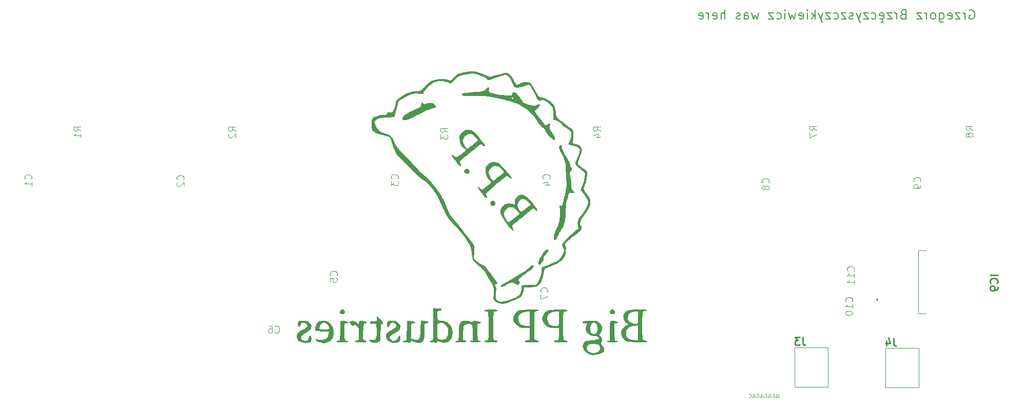
<source format=gbr>
%TF.GenerationSoftware,KiCad,Pcbnew,7.0.5-0*%
%TF.CreationDate,2023-07-08T10:36:07-04:00*%
%TF.ProjectId,nixie,6e697869-652e-46b6-9963-61645f706362,rev?*%
%TF.SameCoordinates,Original*%
%TF.FileFunction,Legend,Bot*%
%TF.FilePolarity,Positive*%
%FSLAX46Y46*%
G04 Gerber Fmt 4.6, Leading zero omitted, Abs format (unit mm)*
G04 Created by KiCad (PCBNEW 7.0.5-0) date 2023-07-08 10:36:07*
%MOMM*%
%LPD*%
G01*
G04 APERTURE LIST*
%ADD10C,0.134112*%
%ADD11C,0.100000*%
%ADD12C,0.254000*%
%ADD13C,0.101600*%
%ADD14C,0.200000*%
G04 APERTURE END LIST*
D10*
X237336692Y-78635434D02*
X237483577Y-78561992D01*
X237483577Y-78561992D02*
X237703903Y-78561992D01*
X237703903Y-78561992D02*
X237924230Y-78635434D01*
X237924230Y-78635434D02*
X238071115Y-78782319D01*
X238071115Y-78782319D02*
X238144557Y-78929203D01*
X238144557Y-78929203D02*
X238217999Y-79222972D01*
X238217999Y-79222972D02*
X238217999Y-79443299D01*
X238217999Y-79443299D02*
X238144557Y-79737068D01*
X238144557Y-79737068D02*
X238071115Y-79883953D01*
X238071115Y-79883953D02*
X237924230Y-80030838D01*
X237924230Y-80030838D02*
X237703903Y-80104280D01*
X237703903Y-80104280D02*
X237557019Y-80104280D01*
X237557019Y-80104280D02*
X237336692Y-80030838D01*
X237336692Y-80030838D02*
X237263250Y-79957395D01*
X237263250Y-79957395D02*
X237263250Y-79443299D01*
X237263250Y-79443299D02*
X237557019Y-79443299D01*
X236602269Y-80104280D02*
X236602269Y-79076088D01*
X236602269Y-79369857D02*
X236528827Y-79222972D01*
X236528827Y-79222972D02*
X236455385Y-79149530D01*
X236455385Y-79149530D02*
X236308500Y-79076088D01*
X236308500Y-79076088D02*
X236161615Y-79076088D01*
X235794404Y-79076088D02*
X234986539Y-79076088D01*
X234986539Y-79076088D02*
X235794404Y-80104280D01*
X235794404Y-80104280D02*
X234986539Y-80104280D01*
X233811462Y-80030838D02*
X233958346Y-80104280D01*
X233958346Y-80104280D02*
X234252116Y-80104280D01*
X234252116Y-80104280D02*
X234399000Y-80030838D01*
X234399000Y-80030838D02*
X234472442Y-79883953D01*
X234472442Y-79883953D02*
X234472442Y-79296415D01*
X234472442Y-79296415D02*
X234399000Y-79149530D01*
X234399000Y-79149530D02*
X234252116Y-79076088D01*
X234252116Y-79076088D02*
X233958346Y-79076088D01*
X233958346Y-79076088D02*
X233811462Y-79149530D01*
X233811462Y-79149530D02*
X233738020Y-79296415D01*
X233738020Y-79296415D02*
X233738020Y-79443299D01*
X233738020Y-79443299D02*
X234472442Y-79590184D01*
X232416059Y-79076088D02*
X232416059Y-80324607D01*
X232416059Y-80324607D02*
X232489501Y-80471491D01*
X232489501Y-80471491D02*
X232562943Y-80544934D01*
X232562943Y-80544934D02*
X232709828Y-80618376D01*
X232709828Y-80618376D02*
X232930155Y-80618376D01*
X232930155Y-80618376D02*
X233077039Y-80544934D01*
X232416059Y-80030838D02*
X232562943Y-80104280D01*
X232562943Y-80104280D02*
X232856712Y-80104280D01*
X232856712Y-80104280D02*
X233003597Y-80030838D01*
X233003597Y-80030838D02*
X233077039Y-79957395D01*
X233077039Y-79957395D02*
X233150481Y-79810511D01*
X233150481Y-79810511D02*
X233150481Y-79369857D01*
X233150481Y-79369857D02*
X233077039Y-79222972D01*
X233077039Y-79222972D02*
X233003597Y-79149530D01*
X233003597Y-79149530D02*
X232856712Y-79076088D01*
X232856712Y-79076088D02*
X232562943Y-79076088D01*
X232562943Y-79076088D02*
X232416059Y-79149530D01*
X231461309Y-80104280D02*
X231608194Y-80030838D01*
X231608194Y-80030838D02*
X231681636Y-79957395D01*
X231681636Y-79957395D02*
X231755078Y-79810511D01*
X231755078Y-79810511D02*
X231755078Y-79369857D01*
X231755078Y-79369857D02*
X231681636Y-79222972D01*
X231681636Y-79222972D02*
X231608194Y-79149530D01*
X231608194Y-79149530D02*
X231461309Y-79076088D01*
X231461309Y-79076088D02*
X231240982Y-79076088D01*
X231240982Y-79076088D02*
X231094098Y-79149530D01*
X231094098Y-79149530D02*
X231020656Y-79222972D01*
X231020656Y-79222972D02*
X230947213Y-79369857D01*
X230947213Y-79369857D02*
X230947213Y-79810511D01*
X230947213Y-79810511D02*
X231020656Y-79957395D01*
X231020656Y-79957395D02*
X231094098Y-80030838D01*
X231094098Y-80030838D02*
X231240982Y-80104280D01*
X231240982Y-80104280D02*
X231461309Y-80104280D01*
X230286233Y-80104280D02*
X230286233Y-79076088D01*
X230286233Y-79369857D02*
X230212791Y-79222972D01*
X230212791Y-79222972D02*
X230139349Y-79149530D01*
X230139349Y-79149530D02*
X229992464Y-79076088D01*
X229992464Y-79076088D02*
X229845579Y-79076088D01*
X229478368Y-79076088D02*
X228670503Y-79076088D01*
X228670503Y-79076088D02*
X229478368Y-80104280D01*
X229478368Y-80104280D02*
X228670503Y-80104280D01*
X226393791Y-79296415D02*
X226173464Y-79369857D01*
X226173464Y-79369857D02*
X226100022Y-79443299D01*
X226100022Y-79443299D02*
X226026580Y-79590184D01*
X226026580Y-79590184D02*
X226026580Y-79810511D01*
X226026580Y-79810511D02*
X226100022Y-79957395D01*
X226100022Y-79957395D02*
X226173464Y-80030838D01*
X226173464Y-80030838D02*
X226320349Y-80104280D01*
X226320349Y-80104280D02*
X226907887Y-80104280D01*
X226907887Y-80104280D02*
X226907887Y-78561992D01*
X226907887Y-78561992D02*
X226393791Y-78561992D01*
X226393791Y-78561992D02*
X226246907Y-78635434D01*
X226246907Y-78635434D02*
X226173464Y-78708876D01*
X226173464Y-78708876D02*
X226100022Y-78855761D01*
X226100022Y-78855761D02*
X226100022Y-79002646D01*
X226100022Y-79002646D02*
X226173464Y-79149530D01*
X226173464Y-79149530D02*
X226246907Y-79222972D01*
X226246907Y-79222972D02*
X226393791Y-79296415D01*
X226393791Y-79296415D02*
X226907887Y-79296415D01*
X225365599Y-80104280D02*
X225365599Y-79076088D01*
X225365599Y-79369857D02*
X225292157Y-79222972D01*
X225292157Y-79222972D02*
X225218715Y-79149530D01*
X225218715Y-79149530D02*
X225071830Y-79076088D01*
X225071830Y-79076088D02*
X224924945Y-79076088D01*
X224557734Y-79076088D02*
X223749869Y-79076088D01*
X223749869Y-79076088D02*
X224557734Y-80104280D01*
X224557734Y-80104280D02*
X223749869Y-80104280D01*
X222574792Y-80030838D02*
X222721676Y-80104280D01*
X222721676Y-80104280D02*
X223015446Y-80104280D01*
X223015446Y-80104280D02*
X223162330Y-80030838D01*
X223162330Y-80030838D02*
X223235772Y-79883953D01*
X223235772Y-79883953D02*
X223235772Y-79296415D01*
X223235772Y-79296415D02*
X223162330Y-79149530D01*
X223162330Y-79149530D02*
X223015446Y-79076088D01*
X223015446Y-79076088D02*
X222721676Y-79076088D01*
X222721676Y-79076088D02*
X222574792Y-79149530D01*
X222574792Y-79149530D02*
X222501350Y-79296415D01*
X222501350Y-79296415D02*
X222501350Y-79443299D01*
X222501350Y-79443299D02*
X223235772Y-79590184D01*
X222868561Y-80104280D02*
X223015446Y-80251164D01*
X223015446Y-80251164D02*
X223088888Y-80398049D01*
X223088888Y-80398049D02*
X223015446Y-80544934D01*
X223015446Y-80544934D02*
X222868561Y-80618376D01*
X222868561Y-80618376D02*
X222721676Y-80618376D01*
X221179389Y-80030838D02*
X221326273Y-80104280D01*
X221326273Y-80104280D02*
X221620042Y-80104280D01*
X221620042Y-80104280D02*
X221766927Y-80030838D01*
X221766927Y-80030838D02*
X221840369Y-79957395D01*
X221840369Y-79957395D02*
X221913811Y-79810511D01*
X221913811Y-79810511D02*
X221913811Y-79369857D01*
X221913811Y-79369857D02*
X221840369Y-79222972D01*
X221840369Y-79222972D02*
X221766927Y-79149530D01*
X221766927Y-79149530D02*
X221620042Y-79076088D01*
X221620042Y-79076088D02*
X221326273Y-79076088D01*
X221326273Y-79076088D02*
X221179389Y-79149530D01*
X220665293Y-79076088D02*
X219857428Y-79076088D01*
X219857428Y-79076088D02*
X220665293Y-80104280D01*
X220665293Y-80104280D02*
X219857428Y-80104280D01*
X219416774Y-79076088D02*
X219049562Y-80104280D01*
X218682351Y-79076088D02*
X219049562Y-80104280D01*
X219049562Y-80104280D02*
X219196447Y-80471491D01*
X219196447Y-80471491D02*
X219269889Y-80544934D01*
X219269889Y-80544934D02*
X219416774Y-80618376D01*
X218168254Y-80030838D02*
X218021370Y-80104280D01*
X218021370Y-80104280D02*
X217727601Y-80104280D01*
X217727601Y-80104280D02*
X217580716Y-80030838D01*
X217580716Y-80030838D02*
X217507274Y-79883953D01*
X217507274Y-79883953D02*
X217507274Y-79810511D01*
X217507274Y-79810511D02*
X217580716Y-79663626D01*
X217580716Y-79663626D02*
X217727601Y-79590184D01*
X217727601Y-79590184D02*
X217947928Y-79590184D01*
X217947928Y-79590184D02*
X218094812Y-79516742D01*
X218094812Y-79516742D02*
X218168254Y-79369857D01*
X218168254Y-79369857D02*
X218168254Y-79296415D01*
X218168254Y-79296415D02*
X218094812Y-79149530D01*
X218094812Y-79149530D02*
X217947928Y-79076088D01*
X217947928Y-79076088D02*
X217727601Y-79076088D01*
X217727601Y-79076088D02*
X217580716Y-79149530D01*
X216993178Y-79076088D02*
X216185313Y-79076088D01*
X216185313Y-79076088D02*
X216993178Y-80104280D01*
X216993178Y-80104280D02*
X216185313Y-80104280D01*
X214936794Y-80030838D02*
X215083678Y-80104280D01*
X215083678Y-80104280D02*
X215377447Y-80104280D01*
X215377447Y-80104280D02*
X215524332Y-80030838D01*
X215524332Y-80030838D02*
X215597774Y-79957395D01*
X215597774Y-79957395D02*
X215671216Y-79810511D01*
X215671216Y-79810511D02*
X215671216Y-79369857D01*
X215671216Y-79369857D02*
X215597774Y-79222972D01*
X215597774Y-79222972D02*
X215524332Y-79149530D01*
X215524332Y-79149530D02*
X215377447Y-79076088D01*
X215377447Y-79076088D02*
X215083678Y-79076088D01*
X215083678Y-79076088D02*
X214936794Y-79149530D01*
X214422698Y-79076088D02*
X213614833Y-79076088D01*
X213614833Y-79076088D02*
X214422698Y-80104280D01*
X214422698Y-80104280D02*
X213614833Y-80104280D01*
X213174179Y-79076088D02*
X212806967Y-80104280D01*
X212439756Y-79076088D02*
X212806967Y-80104280D01*
X212806967Y-80104280D02*
X212953852Y-80471491D01*
X212953852Y-80471491D02*
X213027294Y-80544934D01*
X213027294Y-80544934D02*
X213174179Y-80618376D01*
X211852217Y-80104280D02*
X211852217Y-78561992D01*
X211705333Y-79516742D02*
X211264679Y-80104280D01*
X211264679Y-79076088D02*
X211852217Y-79663626D01*
X210603698Y-80104280D02*
X210603698Y-79076088D01*
X210603698Y-78561992D02*
X210677140Y-78635434D01*
X210677140Y-78635434D02*
X210603698Y-78708876D01*
X210603698Y-78708876D02*
X210530256Y-78635434D01*
X210530256Y-78635434D02*
X210603698Y-78561992D01*
X210603698Y-78561992D02*
X210603698Y-78708876D01*
X209281737Y-80030838D02*
X209428621Y-80104280D01*
X209428621Y-80104280D02*
X209722391Y-80104280D01*
X209722391Y-80104280D02*
X209869275Y-80030838D01*
X209869275Y-80030838D02*
X209942717Y-79883953D01*
X209942717Y-79883953D02*
X209942717Y-79296415D01*
X209942717Y-79296415D02*
X209869275Y-79149530D01*
X209869275Y-79149530D02*
X209722391Y-79076088D01*
X209722391Y-79076088D02*
X209428621Y-79076088D01*
X209428621Y-79076088D02*
X209281737Y-79149530D01*
X209281737Y-79149530D02*
X209208295Y-79296415D01*
X209208295Y-79296415D02*
X209208295Y-79443299D01*
X209208295Y-79443299D02*
X209942717Y-79590184D01*
X208694199Y-79076088D02*
X208400430Y-80104280D01*
X208400430Y-80104280D02*
X208106660Y-79369857D01*
X208106660Y-79369857D02*
X207812891Y-80104280D01*
X207812891Y-80104280D02*
X207519122Y-79076088D01*
X206931584Y-80104280D02*
X206931584Y-79076088D01*
X206931584Y-78561992D02*
X207005026Y-78635434D01*
X207005026Y-78635434D02*
X206931584Y-78708876D01*
X206931584Y-78708876D02*
X206858142Y-78635434D01*
X206858142Y-78635434D02*
X206931584Y-78561992D01*
X206931584Y-78561992D02*
X206931584Y-78708876D01*
X205536181Y-80030838D02*
X205683065Y-80104280D01*
X205683065Y-80104280D02*
X205976834Y-80104280D01*
X205976834Y-80104280D02*
X206123719Y-80030838D01*
X206123719Y-80030838D02*
X206197161Y-79957395D01*
X206197161Y-79957395D02*
X206270603Y-79810511D01*
X206270603Y-79810511D02*
X206270603Y-79369857D01*
X206270603Y-79369857D02*
X206197161Y-79222972D01*
X206197161Y-79222972D02*
X206123719Y-79149530D01*
X206123719Y-79149530D02*
X205976834Y-79076088D01*
X205976834Y-79076088D02*
X205683065Y-79076088D01*
X205683065Y-79076088D02*
X205536181Y-79149530D01*
X205022085Y-79076088D02*
X204214220Y-79076088D01*
X204214220Y-79076088D02*
X205022085Y-80104280D01*
X205022085Y-80104280D02*
X204214220Y-80104280D01*
X202598489Y-79076088D02*
X202304720Y-80104280D01*
X202304720Y-80104280D02*
X202010950Y-79369857D01*
X202010950Y-79369857D02*
X201717181Y-80104280D01*
X201717181Y-80104280D02*
X201423412Y-79076088D01*
X200174894Y-80104280D02*
X200174894Y-79296415D01*
X200174894Y-79296415D02*
X200248336Y-79149530D01*
X200248336Y-79149530D02*
X200395220Y-79076088D01*
X200395220Y-79076088D02*
X200688990Y-79076088D01*
X200688990Y-79076088D02*
X200835874Y-79149530D01*
X200174894Y-80030838D02*
X200321778Y-80104280D01*
X200321778Y-80104280D02*
X200688990Y-80104280D01*
X200688990Y-80104280D02*
X200835874Y-80030838D01*
X200835874Y-80030838D02*
X200909316Y-79883953D01*
X200909316Y-79883953D02*
X200909316Y-79737068D01*
X200909316Y-79737068D02*
X200835874Y-79590184D01*
X200835874Y-79590184D02*
X200688990Y-79516742D01*
X200688990Y-79516742D02*
X200321778Y-79516742D01*
X200321778Y-79516742D02*
X200174894Y-79443299D01*
X199513913Y-80030838D02*
X199367029Y-80104280D01*
X199367029Y-80104280D02*
X199073260Y-80104280D01*
X199073260Y-80104280D02*
X198926375Y-80030838D01*
X198926375Y-80030838D02*
X198852933Y-79883953D01*
X198852933Y-79883953D02*
X198852933Y-79810511D01*
X198852933Y-79810511D02*
X198926375Y-79663626D01*
X198926375Y-79663626D02*
X199073260Y-79590184D01*
X199073260Y-79590184D02*
X199293587Y-79590184D01*
X199293587Y-79590184D02*
X199440471Y-79516742D01*
X199440471Y-79516742D02*
X199513913Y-79369857D01*
X199513913Y-79369857D02*
X199513913Y-79296415D01*
X199513913Y-79296415D02*
X199440471Y-79149530D01*
X199440471Y-79149530D02*
X199293587Y-79076088D01*
X199293587Y-79076088D02*
X199073260Y-79076088D01*
X199073260Y-79076088D02*
X198926375Y-79149530D01*
X197016875Y-80104280D02*
X197016875Y-78561992D01*
X196355895Y-80104280D02*
X196355895Y-79296415D01*
X196355895Y-79296415D02*
X196429337Y-79149530D01*
X196429337Y-79149530D02*
X196576221Y-79076088D01*
X196576221Y-79076088D02*
X196796548Y-79076088D01*
X196796548Y-79076088D02*
X196943433Y-79149530D01*
X196943433Y-79149530D02*
X197016875Y-79222972D01*
X195033934Y-80030838D02*
X195180818Y-80104280D01*
X195180818Y-80104280D02*
X195474588Y-80104280D01*
X195474588Y-80104280D02*
X195621472Y-80030838D01*
X195621472Y-80030838D02*
X195694914Y-79883953D01*
X195694914Y-79883953D02*
X195694914Y-79296415D01*
X195694914Y-79296415D02*
X195621472Y-79149530D01*
X195621472Y-79149530D02*
X195474588Y-79076088D01*
X195474588Y-79076088D02*
X195180818Y-79076088D01*
X195180818Y-79076088D02*
X195033934Y-79149530D01*
X195033934Y-79149530D02*
X194960492Y-79296415D01*
X194960492Y-79296415D02*
X194960492Y-79443299D01*
X194960492Y-79443299D02*
X195694914Y-79590184D01*
X194299511Y-80104280D02*
X194299511Y-79076088D01*
X194299511Y-79369857D02*
X194226069Y-79222972D01*
X194226069Y-79222972D02*
X194152627Y-79149530D01*
X194152627Y-79149530D02*
X194005742Y-79076088D01*
X194005742Y-79076088D02*
X193858857Y-79076088D01*
X192757223Y-80030838D02*
X192904107Y-80104280D01*
X192904107Y-80104280D02*
X193197877Y-80104280D01*
X193197877Y-80104280D02*
X193344761Y-80030838D01*
X193344761Y-80030838D02*
X193418203Y-79883953D01*
X193418203Y-79883953D02*
X193418203Y-79296415D01*
X193418203Y-79296415D02*
X193344761Y-79149530D01*
X193344761Y-79149530D02*
X193197877Y-79076088D01*
X193197877Y-79076088D02*
X192904107Y-79076088D01*
X192904107Y-79076088D02*
X192757223Y-79149530D01*
X192757223Y-79149530D02*
X192683781Y-79296415D01*
X192683781Y-79296415D02*
X192683781Y-79443299D01*
X192683781Y-79443299D02*
X193418203Y-79590184D01*
D11*
X205772306Y-141933609D02*
X205772306Y-142290752D01*
X205772306Y-142290752D02*
X205796115Y-142362180D01*
X205796115Y-142362180D02*
X205843734Y-142409800D01*
X205843734Y-142409800D02*
X205915163Y-142433609D01*
X205915163Y-142433609D02*
X205962782Y-142433609D01*
X205296116Y-142433609D02*
X205534211Y-142433609D01*
X205534211Y-142433609D02*
X205534211Y-141933609D01*
X204843735Y-142385990D02*
X204867544Y-142409800D01*
X204867544Y-142409800D02*
X204938973Y-142433609D01*
X204938973Y-142433609D02*
X204986592Y-142433609D01*
X204986592Y-142433609D02*
X205058020Y-142409800D01*
X205058020Y-142409800D02*
X205105639Y-142362180D01*
X205105639Y-142362180D02*
X205129449Y-142314561D01*
X205129449Y-142314561D02*
X205153258Y-142219323D01*
X205153258Y-142219323D02*
X205153258Y-142147895D01*
X205153258Y-142147895D02*
X205129449Y-142052657D01*
X205129449Y-142052657D02*
X205105639Y-142005038D01*
X205105639Y-142005038D02*
X205058020Y-141957419D01*
X205058020Y-141957419D02*
X204986592Y-141933609D01*
X204986592Y-141933609D02*
X204938973Y-141933609D01*
X204938973Y-141933609D02*
X204867544Y-141957419D01*
X204867544Y-141957419D02*
X204843735Y-141981228D01*
X204486592Y-141933609D02*
X204486592Y-142290752D01*
X204486592Y-142290752D02*
X204510401Y-142362180D01*
X204510401Y-142362180D02*
X204558020Y-142409800D01*
X204558020Y-142409800D02*
X204629449Y-142433609D01*
X204629449Y-142433609D02*
X204677068Y-142433609D01*
X204010402Y-142433609D02*
X204248497Y-142433609D01*
X204248497Y-142433609D02*
X204248497Y-141933609D01*
X203558021Y-142385990D02*
X203581830Y-142409800D01*
X203581830Y-142409800D02*
X203653259Y-142433609D01*
X203653259Y-142433609D02*
X203700878Y-142433609D01*
X203700878Y-142433609D02*
X203772306Y-142409800D01*
X203772306Y-142409800D02*
X203819925Y-142362180D01*
X203819925Y-142362180D02*
X203843735Y-142314561D01*
X203843735Y-142314561D02*
X203867544Y-142219323D01*
X203867544Y-142219323D02*
X203867544Y-142147895D01*
X203867544Y-142147895D02*
X203843735Y-142052657D01*
X203843735Y-142052657D02*
X203819925Y-142005038D01*
X203819925Y-142005038D02*
X203772306Y-141957419D01*
X203772306Y-141957419D02*
X203700878Y-141933609D01*
X203700878Y-141933609D02*
X203653259Y-141933609D01*
X203653259Y-141933609D02*
X203581830Y-141957419D01*
X203581830Y-141957419D02*
X203558021Y-141981228D01*
X203200878Y-141933609D02*
X203200878Y-142290752D01*
X203200878Y-142290752D02*
X203224687Y-142362180D01*
X203224687Y-142362180D02*
X203272306Y-142409800D01*
X203272306Y-142409800D02*
X203343735Y-142433609D01*
X203343735Y-142433609D02*
X203391354Y-142433609D01*
X202724688Y-142433609D02*
X202962783Y-142433609D01*
X202962783Y-142433609D02*
X202962783Y-141933609D01*
X202272307Y-142385990D02*
X202296116Y-142409800D01*
X202296116Y-142409800D02*
X202367545Y-142433609D01*
X202367545Y-142433609D02*
X202415164Y-142433609D01*
X202415164Y-142433609D02*
X202486592Y-142409800D01*
X202486592Y-142409800D02*
X202534211Y-142362180D01*
X202534211Y-142362180D02*
X202558021Y-142314561D01*
X202558021Y-142314561D02*
X202581830Y-142219323D01*
X202581830Y-142219323D02*
X202581830Y-142147895D01*
X202581830Y-142147895D02*
X202558021Y-142052657D01*
X202558021Y-142052657D02*
X202534211Y-142005038D01*
X202534211Y-142005038D02*
X202486592Y-141957419D01*
X202486592Y-141957419D02*
X202415164Y-141933609D01*
X202415164Y-141933609D02*
X202367545Y-141933609D01*
X202367545Y-141933609D02*
X202296116Y-141957419D01*
X202296116Y-141957419D02*
X202272307Y-141981228D01*
X201915164Y-141933609D02*
X201915164Y-142290752D01*
X201915164Y-142290752D02*
X201938973Y-142362180D01*
X201938973Y-142362180D02*
X201986592Y-142409800D01*
X201986592Y-142409800D02*
X202058021Y-142433609D01*
X202058021Y-142433609D02*
X202105640Y-142433609D01*
X201438974Y-142433609D02*
X201677069Y-142433609D01*
X201677069Y-142433609D02*
X201677069Y-141933609D01*
X200986593Y-142385990D02*
X201010402Y-142409800D01*
X201010402Y-142409800D02*
X201081831Y-142433609D01*
X201081831Y-142433609D02*
X201129450Y-142433609D01*
X201129450Y-142433609D02*
X201200878Y-142409800D01*
X201200878Y-142409800D02*
X201248497Y-142362180D01*
X201248497Y-142362180D02*
X201272307Y-142314561D01*
X201272307Y-142314561D02*
X201296116Y-142219323D01*
X201296116Y-142219323D02*
X201296116Y-142147895D01*
X201296116Y-142147895D02*
X201272307Y-142052657D01*
X201272307Y-142052657D02*
X201248497Y-142005038D01*
X201248497Y-142005038D02*
X201200878Y-141957419D01*
X201200878Y-141957419D02*
X201129450Y-141933609D01*
X201129450Y-141933609D02*
X201081831Y-141933609D01*
X201081831Y-141933609D02*
X201010402Y-141957419D01*
X201010402Y-141957419D02*
X200986593Y-141981228D01*
D12*
%TO.C,J4*%
X224823332Y-132704318D02*
X224823332Y-133611461D01*
X224823332Y-133611461D02*
X224883809Y-133792889D01*
X224883809Y-133792889D02*
X225004761Y-133913842D01*
X225004761Y-133913842D02*
X225186190Y-133974318D01*
X225186190Y-133974318D02*
X225307142Y-133974318D01*
X223674285Y-133127651D02*
X223674285Y-133974318D01*
X223976666Y-132643842D02*
X224279047Y-133550984D01*
X224279047Y-133550984D02*
X223492856Y-133550984D01*
%TO.C,J3*%
X209823332Y-132604318D02*
X209823332Y-133511461D01*
X209823332Y-133511461D02*
X209883809Y-133692889D01*
X209883809Y-133692889D02*
X210004761Y-133813842D01*
X210004761Y-133813842D02*
X210186190Y-133874318D01*
X210186190Y-133874318D02*
X210307142Y-133874318D01*
X209339523Y-132604318D02*
X208553332Y-132604318D01*
X208553332Y-132604318D02*
X208976666Y-133088127D01*
X208976666Y-133088127D02*
X208795237Y-133088127D01*
X208795237Y-133088127D02*
X208674285Y-133148603D01*
X208674285Y-133148603D02*
X208613809Y-133209080D01*
X208613809Y-133209080D02*
X208553332Y-133330032D01*
X208553332Y-133330032D02*
X208553332Y-133632413D01*
X208553332Y-133632413D02*
X208613809Y-133753365D01*
X208613809Y-133753365D02*
X208674285Y-133813842D01*
X208674285Y-133813842D02*
X208795237Y-133874318D01*
X208795237Y-133874318D02*
X209158094Y-133874318D01*
X209158094Y-133874318D02*
X209279047Y-133813842D01*
X209279047Y-133813842D02*
X209339523Y-133753365D01*
D13*
%TO.C,C6*%
X122802156Y-131740449D02*
X122857794Y-131796088D01*
X122857794Y-131796088D02*
X123024708Y-131851726D01*
X123024708Y-131851726D02*
X123135984Y-131851726D01*
X123135984Y-131851726D02*
X123302899Y-131796088D01*
X123302899Y-131796088D02*
X123414175Y-131684811D01*
X123414175Y-131684811D02*
X123469813Y-131573535D01*
X123469813Y-131573535D02*
X123525451Y-131350983D01*
X123525451Y-131350983D02*
X123525451Y-131184068D01*
X123525451Y-131184068D02*
X123469813Y-130961516D01*
X123469813Y-130961516D02*
X123414175Y-130850240D01*
X123414175Y-130850240D02*
X123302899Y-130738964D01*
X123302899Y-130738964D02*
X123135984Y-130683326D01*
X123135984Y-130683326D02*
X123024708Y-130683326D01*
X123024708Y-130683326D02*
X122857794Y-130738964D01*
X122857794Y-130738964D02*
X122802156Y-130794602D01*
X121800670Y-130683326D02*
X122023223Y-130683326D01*
X122023223Y-130683326D02*
X122134499Y-130738964D01*
X122134499Y-130738964D02*
X122190137Y-130794602D01*
X122190137Y-130794602D02*
X122301413Y-130961516D01*
X122301413Y-130961516D02*
X122357051Y-131184068D01*
X122357051Y-131184068D02*
X122357051Y-131629173D01*
X122357051Y-131629173D02*
X122301413Y-131740449D01*
X122301413Y-131740449D02*
X122245775Y-131796088D01*
X122245775Y-131796088D02*
X122134499Y-131851726D01*
X122134499Y-131851726D02*
X121911946Y-131851726D01*
X121911946Y-131851726D02*
X121800670Y-131796088D01*
X121800670Y-131796088D02*
X121745032Y-131740449D01*
X121745032Y-131740449D02*
X121689394Y-131629173D01*
X121689394Y-131629173D02*
X121689394Y-131350983D01*
X121689394Y-131350983D02*
X121745032Y-131239707D01*
X121745032Y-131239707D02*
X121800670Y-131184068D01*
X121800670Y-131184068D02*
X121911946Y-131128430D01*
X121911946Y-131128430D02*
X122134499Y-131128430D01*
X122134499Y-131128430D02*
X122245775Y-131184068D01*
X122245775Y-131184068D02*
X122301413Y-131239707D01*
X122301413Y-131239707D02*
X122357051Y-131350983D01*
%TO.C,C7*%
X167640449Y-125112689D02*
X167696088Y-125057051D01*
X167696088Y-125057051D02*
X167751726Y-124890137D01*
X167751726Y-124890137D02*
X167751726Y-124778861D01*
X167751726Y-124778861D02*
X167696088Y-124611946D01*
X167696088Y-124611946D02*
X167584811Y-124500670D01*
X167584811Y-124500670D02*
X167473535Y-124445032D01*
X167473535Y-124445032D02*
X167250983Y-124389394D01*
X167250983Y-124389394D02*
X167084068Y-124389394D01*
X167084068Y-124389394D02*
X166861516Y-124445032D01*
X166861516Y-124445032D02*
X166750240Y-124500670D01*
X166750240Y-124500670D02*
X166638964Y-124611946D01*
X166638964Y-124611946D02*
X166583326Y-124778861D01*
X166583326Y-124778861D02*
X166583326Y-124890137D01*
X166583326Y-124890137D02*
X166638964Y-125057051D01*
X166638964Y-125057051D02*
X166694602Y-125112689D01*
X166583326Y-125502156D02*
X166583326Y-126281089D01*
X166583326Y-126281089D02*
X167751726Y-125780346D01*
%TO.C,C1*%
X82567049Y-106484843D02*
X82622688Y-106429205D01*
X82622688Y-106429205D02*
X82678326Y-106262291D01*
X82678326Y-106262291D02*
X82678326Y-106151015D01*
X82678326Y-106151015D02*
X82622688Y-105984100D01*
X82622688Y-105984100D02*
X82511411Y-105872824D01*
X82511411Y-105872824D02*
X82400135Y-105817186D01*
X82400135Y-105817186D02*
X82177583Y-105761548D01*
X82177583Y-105761548D02*
X82010668Y-105761548D01*
X82010668Y-105761548D02*
X81788116Y-105817186D01*
X81788116Y-105817186D02*
X81676840Y-105872824D01*
X81676840Y-105872824D02*
X81565564Y-105984100D01*
X81565564Y-105984100D02*
X81509926Y-106151015D01*
X81509926Y-106151015D02*
X81509926Y-106262291D01*
X81509926Y-106262291D02*
X81565564Y-106429205D01*
X81565564Y-106429205D02*
X81621202Y-106484843D01*
X82678326Y-107597605D02*
X82678326Y-106929948D01*
X82678326Y-107263776D02*
X81509926Y-107263776D01*
X81509926Y-107263776D02*
X81676840Y-107152500D01*
X81676840Y-107152500D02*
X81788116Y-107041224D01*
X81788116Y-107041224D02*
X81843754Y-106929948D01*
%TO.C,C4*%
X168024449Y-106434843D02*
X168080088Y-106379205D01*
X168080088Y-106379205D02*
X168135726Y-106212291D01*
X168135726Y-106212291D02*
X168135726Y-106101015D01*
X168135726Y-106101015D02*
X168080088Y-105934100D01*
X168080088Y-105934100D02*
X167968811Y-105822824D01*
X167968811Y-105822824D02*
X167857535Y-105767186D01*
X167857535Y-105767186D02*
X167634983Y-105711548D01*
X167634983Y-105711548D02*
X167468068Y-105711548D01*
X167468068Y-105711548D02*
X167245516Y-105767186D01*
X167245516Y-105767186D02*
X167134240Y-105822824D01*
X167134240Y-105822824D02*
X167022964Y-105934100D01*
X167022964Y-105934100D02*
X166967326Y-106101015D01*
X166967326Y-106101015D02*
X166967326Y-106212291D01*
X166967326Y-106212291D02*
X167022964Y-106379205D01*
X167022964Y-106379205D02*
X167078602Y-106434843D01*
X167356792Y-107436329D02*
X168135726Y-107436329D01*
X166911688Y-107158138D02*
X167746259Y-106879948D01*
X167746259Y-106879948D02*
X167746259Y-107603243D01*
%TO.C,C9*%
X229174449Y-106914843D02*
X229230088Y-106859205D01*
X229230088Y-106859205D02*
X229285726Y-106692291D01*
X229285726Y-106692291D02*
X229285726Y-106581015D01*
X229285726Y-106581015D02*
X229230088Y-106414100D01*
X229230088Y-106414100D02*
X229118811Y-106302824D01*
X229118811Y-106302824D02*
X229007535Y-106247186D01*
X229007535Y-106247186D02*
X228784983Y-106191548D01*
X228784983Y-106191548D02*
X228618068Y-106191548D01*
X228618068Y-106191548D02*
X228395516Y-106247186D01*
X228395516Y-106247186D02*
X228284240Y-106302824D01*
X228284240Y-106302824D02*
X228172964Y-106414100D01*
X228172964Y-106414100D02*
X228117326Y-106581015D01*
X228117326Y-106581015D02*
X228117326Y-106692291D01*
X228117326Y-106692291D02*
X228172964Y-106859205D01*
X228172964Y-106859205D02*
X228228602Y-106914843D01*
X229285726Y-107471224D02*
X229285726Y-107693776D01*
X229285726Y-107693776D02*
X229230088Y-107805053D01*
X229230088Y-107805053D02*
X229174449Y-107860691D01*
X229174449Y-107860691D02*
X229007535Y-107971967D01*
X229007535Y-107971967D02*
X228784983Y-108027605D01*
X228784983Y-108027605D02*
X228339878Y-108027605D01*
X228339878Y-108027605D02*
X228228602Y-107971967D01*
X228228602Y-107971967D02*
X228172964Y-107916329D01*
X228172964Y-107916329D02*
X228117326Y-107805053D01*
X228117326Y-107805053D02*
X228117326Y-107582500D01*
X228117326Y-107582500D02*
X228172964Y-107471224D01*
X228172964Y-107471224D02*
X228228602Y-107415586D01*
X228228602Y-107415586D02*
X228339878Y-107359948D01*
X228339878Y-107359948D02*
X228618068Y-107359948D01*
X228618068Y-107359948D02*
X228729345Y-107415586D01*
X228729345Y-107415586D02*
X228784983Y-107471224D01*
X228784983Y-107471224D02*
X228840621Y-107582500D01*
X228840621Y-107582500D02*
X228840621Y-107805053D01*
X228840621Y-107805053D02*
X228784983Y-107916329D01*
X228784983Y-107916329D02*
X228729345Y-107971967D01*
X228729345Y-107971967D02*
X228618068Y-108027605D01*
D12*
%TO.C,IC9*%
X242012318Y-122320237D02*
X240742318Y-122320237D01*
X241891365Y-123650714D02*
X241951842Y-123590238D01*
X241951842Y-123590238D02*
X242012318Y-123408809D01*
X242012318Y-123408809D02*
X242012318Y-123287857D01*
X242012318Y-123287857D02*
X241951842Y-123106428D01*
X241951842Y-123106428D02*
X241830889Y-122985476D01*
X241830889Y-122985476D02*
X241709937Y-122924999D01*
X241709937Y-122924999D02*
X241468032Y-122864523D01*
X241468032Y-122864523D02*
X241286603Y-122864523D01*
X241286603Y-122864523D02*
X241044699Y-122924999D01*
X241044699Y-122924999D02*
X240923746Y-122985476D01*
X240923746Y-122985476D02*
X240802794Y-123106428D01*
X240802794Y-123106428D02*
X240742318Y-123287857D01*
X240742318Y-123287857D02*
X240742318Y-123408809D01*
X240742318Y-123408809D02*
X240802794Y-123590238D01*
X240802794Y-123590238D02*
X240863270Y-123650714D01*
X242012318Y-124255476D02*
X242012318Y-124497380D01*
X242012318Y-124497380D02*
X241951842Y-124618333D01*
X241951842Y-124618333D02*
X241891365Y-124678809D01*
X241891365Y-124678809D02*
X241709937Y-124799761D01*
X241709937Y-124799761D02*
X241468032Y-124860238D01*
X241468032Y-124860238D02*
X240984222Y-124860238D01*
X240984222Y-124860238D02*
X240863270Y-124799761D01*
X240863270Y-124799761D02*
X240802794Y-124739285D01*
X240802794Y-124739285D02*
X240742318Y-124618333D01*
X240742318Y-124618333D02*
X240742318Y-124376428D01*
X240742318Y-124376428D02*
X240802794Y-124255476D01*
X240802794Y-124255476D02*
X240863270Y-124194999D01*
X240863270Y-124194999D02*
X240984222Y-124134523D01*
X240984222Y-124134523D02*
X241286603Y-124134523D01*
X241286603Y-124134523D02*
X241407556Y-124194999D01*
X241407556Y-124194999D02*
X241468032Y-124255476D01*
X241468032Y-124255476D02*
X241528508Y-124376428D01*
X241528508Y-124376428D02*
X241528508Y-124618333D01*
X241528508Y-124618333D02*
X241468032Y-124739285D01*
X241468032Y-124739285D02*
X241407556Y-124799761D01*
X241407556Y-124799761D02*
X241286603Y-124860238D01*
D13*
%TO.C,C2*%
X107658449Y-106584843D02*
X107714088Y-106529205D01*
X107714088Y-106529205D02*
X107769726Y-106362291D01*
X107769726Y-106362291D02*
X107769726Y-106251015D01*
X107769726Y-106251015D02*
X107714088Y-106084100D01*
X107714088Y-106084100D02*
X107602811Y-105972824D01*
X107602811Y-105972824D02*
X107491535Y-105917186D01*
X107491535Y-105917186D02*
X107268983Y-105861548D01*
X107268983Y-105861548D02*
X107102068Y-105861548D01*
X107102068Y-105861548D02*
X106879516Y-105917186D01*
X106879516Y-105917186D02*
X106768240Y-105972824D01*
X106768240Y-105972824D02*
X106656964Y-106084100D01*
X106656964Y-106084100D02*
X106601326Y-106251015D01*
X106601326Y-106251015D02*
X106601326Y-106362291D01*
X106601326Y-106362291D02*
X106656964Y-106529205D01*
X106656964Y-106529205D02*
X106712602Y-106584843D01*
X106712602Y-107029948D02*
X106656964Y-107085586D01*
X106656964Y-107085586D02*
X106601326Y-107196862D01*
X106601326Y-107196862D02*
X106601326Y-107475053D01*
X106601326Y-107475053D02*
X106656964Y-107586329D01*
X106656964Y-107586329D02*
X106712602Y-107641967D01*
X106712602Y-107641967D02*
X106823878Y-107697605D01*
X106823878Y-107697605D02*
X106935154Y-107697605D01*
X106935154Y-107697605D02*
X107102068Y-107641967D01*
X107102068Y-107641967D02*
X107769726Y-106974310D01*
X107769726Y-106974310D02*
X107769726Y-107697605D01*
%TO.C,R3*%
X151285726Y-98762689D02*
X150729345Y-98373222D01*
X151285726Y-98095032D02*
X150117326Y-98095032D01*
X150117326Y-98095032D02*
X150117326Y-98540137D01*
X150117326Y-98540137D02*
X150172964Y-98651413D01*
X150172964Y-98651413D02*
X150228602Y-98707051D01*
X150228602Y-98707051D02*
X150339878Y-98762689D01*
X150339878Y-98762689D02*
X150506792Y-98762689D01*
X150506792Y-98762689D02*
X150618068Y-98707051D01*
X150618068Y-98707051D02*
X150673707Y-98651413D01*
X150673707Y-98651413D02*
X150729345Y-98540137D01*
X150729345Y-98540137D02*
X150729345Y-98095032D01*
X150117326Y-99152156D02*
X150117326Y-99875451D01*
X150117326Y-99875451D02*
X150562430Y-99485984D01*
X150562430Y-99485984D02*
X150562430Y-99652899D01*
X150562430Y-99652899D02*
X150618068Y-99764175D01*
X150618068Y-99764175D02*
X150673707Y-99819813D01*
X150673707Y-99819813D02*
X150784983Y-99875451D01*
X150784983Y-99875451D02*
X151063173Y-99875451D01*
X151063173Y-99875451D02*
X151174449Y-99819813D01*
X151174449Y-99819813D02*
X151230088Y-99764175D01*
X151230088Y-99764175D02*
X151285726Y-99652899D01*
X151285726Y-99652899D02*
X151285726Y-99319070D01*
X151285726Y-99319070D02*
X151230088Y-99207794D01*
X151230088Y-99207794D02*
X151174449Y-99152156D01*
%TO.C,C3*%
X143024449Y-106434843D02*
X143080088Y-106379205D01*
X143080088Y-106379205D02*
X143135726Y-106212291D01*
X143135726Y-106212291D02*
X143135726Y-106101015D01*
X143135726Y-106101015D02*
X143080088Y-105934100D01*
X143080088Y-105934100D02*
X142968811Y-105822824D01*
X142968811Y-105822824D02*
X142857535Y-105767186D01*
X142857535Y-105767186D02*
X142634983Y-105711548D01*
X142634983Y-105711548D02*
X142468068Y-105711548D01*
X142468068Y-105711548D02*
X142245516Y-105767186D01*
X142245516Y-105767186D02*
X142134240Y-105822824D01*
X142134240Y-105822824D02*
X142022964Y-105934100D01*
X142022964Y-105934100D02*
X141967326Y-106101015D01*
X141967326Y-106101015D02*
X141967326Y-106212291D01*
X141967326Y-106212291D02*
X142022964Y-106379205D01*
X142022964Y-106379205D02*
X142078602Y-106434843D01*
X141967326Y-106824310D02*
X141967326Y-107547605D01*
X141967326Y-107547605D02*
X142412430Y-107158138D01*
X142412430Y-107158138D02*
X142412430Y-107325053D01*
X142412430Y-107325053D02*
X142468068Y-107436329D01*
X142468068Y-107436329D02*
X142523707Y-107491967D01*
X142523707Y-107491967D02*
X142634983Y-107547605D01*
X142634983Y-107547605D02*
X142913173Y-107547605D01*
X142913173Y-107547605D02*
X143024449Y-107491967D01*
X143024449Y-107491967D02*
X143080088Y-107436329D01*
X143080088Y-107436329D02*
X143135726Y-107325053D01*
X143135726Y-107325053D02*
X143135726Y-106991224D01*
X143135726Y-106991224D02*
X143080088Y-106879948D01*
X143080088Y-106879948D02*
X143024449Y-106824310D01*
%TO.C,C5*%
X132924449Y-122367843D02*
X132980088Y-122312205D01*
X132980088Y-122312205D02*
X133035726Y-122145291D01*
X133035726Y-122145291D02*
X133035726Y-122034015D01*
X133035726Y-122034015D02*
X132980088Y-121867100D01*
X132980088Y-121867100D02*
X132868811Y-121755824D01*
X132868811Y-121755824D02*
X132757535Y-121700186D01*
X132757535Y-121700186D02*
X132534983Y-121644548D01*
X132534983Y-121644548D02*
X132368068Y-121644548D01*
X132368068Y-121644548D02*
X132145516Y-121700186D01*
X132145516Y-121700186D02*
X132034240Y-121755824D01*
X132034240Y-121755824D02*
X131922964Y-121867100D01*
X131922964Y-121867100D02*
X131867326Y-122034015D01*
X131867326Y-122034015D02*
X131867326Y-122145291D01*
X131867326Y-122145291D02*
X131922964Y-122312205D01*
X131922964Y-122312205D02*
X131978602Y-122367843D01*
X131867326Y-123424967D02*
X131867326Y-122868586D01*
X131867326Y-122868586D02*
X132423707Y-122812948D01*
X132423707Y-122812948D02*
X132368068Y-122868586D01*
X132368068Y-122868586D02*
X132312430Y-122979862D01*
X132312430Y-122979862D02*
X132312430Y-123258053D01*
X132312430Y-123258053D02*
X132368068Y-123369329D01*
X132368068Y-123369329D02*
X132423707Y-123424967D01*
X132423707Y-123424967D02*
X132534983Y-123480605D01*
X132534983Y-123480605D02*
X132813173Y-123480605D01*
X132813173Y-123480605D02*
X132924449Y-123424967D01*
X132924449Y-123424967D02*
X132980088Y-123369329D01*
X132980088Y-123369329D02*
X133035726Y-123258053D01*
X133035726Y-123258053D02*
X133035726Y-122979862D01*
X133035726Y-122979862D02*
X132980088Y-122868586D01*
X132980088Y-122868586D02*
X132924449Y-122812948D01*
%TO.C,R8*%
X237915726Y-98427689D02*
X237359345Y-98038222D01*
X237915726Y-97760032D02*
X236747326Y-97760032D01*
X236747326Y-97760032D02*
X236747326Y-98205137D01*
X236747326Y-98205137D02*
X236802964Y-98316413D01*
X236802964Y-98316413D02*
X236858602Y-98372051D01*
X236858602Y-98372051D02*
X236969878Y-98427689D01*
X236969878Y-98427689D02*
X237136792Y-98427689D01*
X237136792Y-98427689D02*
X237248068Y-98372051D01*
X237248068Y-98372051D02*
X237303707Y-98316413D01*
X237303707Y-98316413D02*
X237359345Y-98205137D01*
X237359345Y-98205137D02*
X237359345Y-97760032D01*
X237248068Y-99095346D02*
X237192430Y-98984070D01*
X237192430Y-98984070D02*
X237136792Y-98928432D01*
X237136792Y-98928432D02*
X237025516Y-98872794D01*
X237025516Y-98872794D02*
X236969878Y-98872794D01*
X236969878Y-98872794D02*
X236858602Y-98928432D01*
X236858602Y-98928432D02*
X236802964Y-98984070D01*
X236802964Y-98984070D02*
X236747326Y-99095346D01*
X236747326Y-99095346D02*
X236747326Y-99317899D01*
X236747326Y-99317899D02*
X236802964Y-99429175D01*
X236802964Y-99429175D02*
X236858602Y-99484813D01*
X236858602Y-99484813D02*
X236969878Y-99540451D01*
X236969878Y-99540451D02*
X237025516Y-99540451D01*
X237025516Y-99540451D02*
X237136792Y-99484813D01*
X237136792Y-99484813D02*
X237192430Y-99429175D01*
X237192430Y-99429175D02*
X237248068Y-99317899D01*
X237248068Y-99317899D02*
X237248068Y-99095346D01*
X237248068Y-99095346D02*
X237303707Y-98984070D01*
X237303707Y-98984070D02*
X237359345Y-98928432D01*
X237359345Y-98928432D02*
X237470621Y-98872794D01*
X237470621Y-98872794D02*
X237693173Y-98872794D01*
X237693173Y-98872794D02*
X237804449Y-98928432D01*
X237804449Y-98928432D02*
X237860088Y-98984070D01*
X237860088Y-98984070D02*
X237915726Y-99095346D01*
X237915726Y-99095346D02*
X237915726Y-99317899D01*
X237915726Y-99317899D02*
X237860088Y-99429175D01*
X237860088Y-99429175D02*
X237804449Y-99484813D01*
X237804449Y-99484813D02*
X237693173Y-99540451D01*
X237693173Y-99540451D02*
X237470621Y-99540451D01*
X237470621Y-99540451D02*
X237359345Y-99484813D01*
X237359345Y-99484813D02*
X237303707Y-99429175D01*
X237303707Y-99429175D02*
X237248068Y-99317899D01*
%TO.C,R2*%
X116285726Y-98554689D02*
X115729345Y-98165222D01*
X116285726Y-97887032D02*
X115117326Y-97887032D01*
X115117326Y-97887032D02*
X115117326Y-98332137D01*
X115117326Y-98332137D02*
X115172964Y-98443413D01*
X115172964Y-98443413D02*
X115228602Y-98499051D01*
X115228602Y-98499051D02*
X115339878Y-98554689D01*
X115339878Y-98554689D02*
X115506792Y-98554689D01*
X115506792Y-98554689D02*
X115618068Y-98499051D01*
X115618068Y-98499051D02*
X115673707Y-98443413D01*
X115673707Y-98443413D02*
X115729345Y-98332137D01*
X115729345Y-98332137D02*
X115729345Y-97887032D01*
X115228602Y-98999794D02*
X115172964Y-99055432D01*
X115172964Y-99055432D02*
X115117326Y-99166708D01*
X115117326Y-99166708D02*
X115117326Y-99444899D01*
X115117326Y-99444899D02*
X115172964Y-99556175D01*
X115172964Y-99556175D02*
X115228602Y-99611813D01*
X115228602Y-99611813D02*
X115339878Y-99667451D01*
X115339878Y-99667451D02*
X115451154Y-99667451D01*
X115451154Y-99667451D02*
X115618068Y-99611813D01*
X115618068Y-99611813D02*
X116285726Y-98944156D01*
X116285726Y-98944156D02*
X116285726Y-99667451D01*
%TO.C,C10*%
X217940449Y-126702689D02*
X217996088Y-126647051D01*
X217996088Y-126647051D02*
X218051726Y-126480137D01*
X218051726Y-126480137D02*
X218051726Y-126368861D01*
X218051726Y-126368861D02*
X217996088Y-126201946D01*
X217996088Y-126201946D02*
X217884811Y-126090670D01*
X217884811Y-126090670D02*
X217773535Y-126035032D01*
X217773535Y-126035032D02*
X217550983Y-125979394D01*
X217550983Y-125979394D02*
X217384068Y-125979394D01*
X217384068Y-125979394D02*
X217161516Y-126035032D01*
X217161516Y-126035032D02*
X217050240Y-126090670D01*
X217050240Y-126090670D02*
X216938964Y-126201946D01*
X216938964Y-126201946D02*
X216883326Y-126368861D01*
X216883326Y-126368861D02*
X216883326Y-126480137D01*
X216883326Y-126480137D02*
X216938964Y-126647051D01*
X216938964Y-126647051D02*
X216994602Y-126702689D01*
X218051726Y-127815451D02*
X218051726Y-127147794D01*
X218051726Y-127481622D02*
X216883326Y-127481622D01*
X216883326Y-127481622D02*
X217050240Y-127370346D01*
X217050240Y-127370346D02*
X217161516Y-127259070D01*
X217161516Y-127259070D02*
X217217154Y-127147794D01*
X216883326Y-128538746D02*
X216883326Y-128650023D01*
X216883326Y-128650023D02*
X216938964Y-128761299D01*
X216938964Y-128761299D02*
X216994602Y-128816937D01*
X216994602Y-128816937D02*
X217105878Y-128872575D01*
X217105878Y-128872575D02*
X217328430Y-128928213D01*
X217328430Y-128928213D02*
X217606621Y-128928213D01*
X217606621Y-128928213D02*
X217829173Y-128872575D01*
X217829173Y-128872575D02*
X217940449Y-128816937D01*
X217940449Y-128816937D02*
X217996088Y-128761299D01*
X217996088Y-128761299D02*
X218051726Y-128650023D01*
X218051726Y-128650023D02*
X218051726Y-128538746D01*
X218051726Y-128538746D02*
X217996088Y-128427470D01*
X217996088Y-128427470D02*
X217940449Y-128371832D01*
X217940449Y-128371832D02*
X217829173Y-128316194D01*
X217829173Y-128316194D02*
X217606621Y-128260556D01*
X217606621Y-128260556D02*
X217328430Y-128260556D01*
X217328430Y-128260556D02*
X217105878Y-128316194D01*
X217105878Y-128316194D02*
X216994602Y-128371832D01*
X216994602Y-128371832D02*
X216938964Y-128427470D01*
X216938964Y-128427470D02*
X216883326Y-128538746D01*
%TO.C,R4*%
X176485726Y-98562689D02*
X175929345Y-98173222D01*
X176485726Y-97895032D02*
X175317326Y-97895032D01*
X175317326Y-97895032D02*
X175317326Y-98340137D01*
X175317326Y-98340137D02*
X175372964Y-98451413D01*
X175372964Y-98451413D02*
X175428602Y-98507051D01*
X175428602Y-98507051D02*
X175539878Y-98562689D01*
X175539878Y-98562689D02*
X175706792Y-98562689D01*
X175706792Y-98562689D02*
X175818068Y-98507051D01*
X175818068Y-98507051D02*
X175873707Y-98451413D01*
X175873707Y-98451413D02*
X175929345Y-98340137D01*
X175929345Y-98340137D02*
X175929345Y-97895032D01*
X175706792Y-99564175D02*
X176485726Y-99564175D01*
X175261688Y-99285984D02*
X176096259Y-99007794D01*
X176096259Y-99007794D02*
X176096259Y-99731089D01*
%TO.C,R7*%
X212115726Y-98427689D02*
X211559345Y-98038222D01*
X212115726Y-97760032D02*
X210947326Y-97760032D01*
X210947326Y-97760032D02*
X210947326Y-98205137D01*
X210947326Y-98205137D02*
X211002964Y-98316413D01*
X211002964Y-98316413D02*
X211058602Y-98372051D01*
X211058602Y-98372051D02*
X211169878Y-98427689D01*
X211169878Y-98427689D02*
X211336792Y-98427689D01*
X211336792Y-98427689D02*
X211448068Y-98372051D01*
X211448068Y-98372051D02*
X211503707Y-98316413D01*
X211503707Y-98316413D02*
X211559345Y-98205137D01*
X211559345Y-98205137D02*
X211559345Y-97760032D01*
X210947326Y-98817156D02*
X210947326Y-99596089D01*
X210947326Y-99596089D02*
X212115726Y-99095346D01*
%TO.C,R1*%
X90761126Y-98554689D02*
X90204745Y-98165222D01*
X90761126Y-97887032D02*
X89592726Y-97887032D01*
X89592726Y-97887032D02*
X89592726Y-98332137D01*
X89592726Y-98332137D02*
X89648364Y-98443413D01*
X89648364Y-98443413D02*
X89704002Y-98499051D01*
X89704002Y-98499051D02*
X89815278Y-98554689D01*
X89815278Y-98554689D02*
X89982192Y-98554689D01*
X89982192Y-98554689D02*
X90093468Y-98499051D01*
X90093468Y-98499051D02*
X90149107Y-98443413D01*
X90149107Y-98443413D02*
X90204745Y-98332137D01*
X90204745Y-98332137D02*
X90204745Y-97887032D01*
X90761126Y-99667451D02*
X90761126Y-98999794D01*
X90761126Y-99333622D02*
X89592726Y-99333622D01*
X89592726Y-99333622D02*
X89759640Y-99222346D01*
X89759640Y-99222346D02*
X89870916Y-99111070D01*
X89870916Y-99111070D02*
X89926554Y-98999794D01*
%TO.C,C11*%
X218240449Y-121612689D02*
X218296088Y-121557051D01*
X218296088Y-121557051D02*
X218351726Y-121390137D01*
X218351726Y-121390137D02*
X218351726Y-121278861D01*
X218351726Y-121278861D02*
X218296088Y-121111946D01*
X218296088Y-121111946D02*
X218184811Y-121000670D01*
X218184811Y-121000670D02*
X218073535Y-120945032D01*
X218073535Y-120945032D02*
X217850983Y-120889394D01*
X217850983Y-120889394D02*
X217684068Y-120889394D01*
X217684068Y-120889394D02*
X217461516Y-120945032D01*
X217461516Y-120945032D02*
X217350240Y-121000670D01*
X217350240Y-121000670D02*
X217238964Y-121111946D01*
X217238964Y-121111946D02*
X217183326Y-121278861D01*
X217183326Y-121278861D02*
X217183326Y-121390137D01*
X217183326Y-121390137D02*
X217238964Y-121557051D01*
X217238964Y-121557051D02*
X217294602Y-121612689D01*
X218351726Y-122725451D02*
X218351726Y-122057794D01*
X218351726Y-122391622D02*
X217183326Y-122391622D01*
X217183326Y-122391622D02*
X217350240Y-122280346D01*
X217350240Y-122280346D02*
X217461516Y-122169070D01*
X217461516Y-122169070D02*
X217517154Y-122057794D01*
X218351726Y-123838213D02*
X218351726Y-123170556D01*
X218351726Y-123504384D02*
X217183326Y-123504384D01*
X217183326Y-123504384D02*
X217350240Y-123393108D01*
X217350240Y-123393108D02*
X217461516Y-123281832D01*
X217461516Y-123281832D02*
X217517154Y-123170556D01*
%TO.C,C8*%
X204174449Y-107114843D02*
X204230088Y-107059205D01*
X204230088Y-107059205D02*
X204285726Y-106892291D01*
X204285726Y-106892291D02*
X204285726Y-106781015D01*
X204285726Y-106781015D02*
X204230088Y-106614100D01*
X204230088Y-106614100D02*
X204118811Y-106502824D01*
X204118811Y-106502824D02*
X204007535Y-106447186D01*
X204007535Y-106447186D02*
X203784983Y-106391548D01*
X203784983Y-106391548D02*
X203618068Y-106391548D01*
X203618068Y-106391548D02*
X203395516Y-106447186D01*
X203395516Y-106447186D02*
X203284240Y-106502824D01*
X203284240Y-106502824D02*
X203172964Y-106614100D01*
X203172964Y-106614100D02*
X203117326Y-106781015D01*
X203117326Y-106781015D02*
X203117326Y-106892291D01*
X203117326Y-106892291D02*
X203172964Y-107059205D01*
X203172964Y-107059205D02*
X203228602Y-107114843D01*
X203618068Y-107782500D02*
X203562430Y-107671224D01*
X203562430Y-107671224D02*
X203506792Y-107615586D01*
X203506792Y-107615586D02*
X203395516Y-107559948D01*
X203395516Y-107559948D02*
X203339878Y-107559948D01*
X203339878Y-107559948D02*
X203228602Y-107615586D01*
X203228602Y-107615586D02*
X203172964Y-107671224D01*
X203172964Y-107671224D02*
X203117326Y-107782500D01*
X203117326Y-107782500D02*
X203117326Y-108005053D01*
X203117326Y-108005053D02*
X203172964Y-108116329D01*
X203172964Y-108116329D02*
X203228602Y-108171967D01*
X203228602Y-108171967D02*
X203339878Y-108227605D01*
X203339878Y-108227605D02*
X203395516Y-108227605D01*
X203395516Y-108227605D02*
X203506792Y-108171967D01*
X203506792Y-108171967D02*
X203562430Y-108116329D01*
X203562430Y-108116329D02*
X203618068Y-108005053D01*
X203618068Y-108005053D02*
X203618068Y-107782500D01*
X203618068Y-107782500D02*
X203673707Y-107671224D01*
X203673707Y-107671224D02*
X203729345Y-107615586D01*
X203729345Y-107615586D02*
X203840621Y-107559948D01*
X203840621Y-107559948D02*
X204063173Y-107559948D01*
X204063173Y-107559948D02*
X204174449Y-107615586D01*
X204174449Y-107615586D02*
X204230088Y-107671224D01*
X204230088Y-107671224D02*
X204285726Y-107782500D01*
X204285726Y-107782500D02*
X204285726Y-108005053D01*
X204285726Y-108005053D02*
X204230088Y-108116329D01*
X204230088Y-108116329D02*
X204174449Y-108171967D01*
X204174449Y-108171967D02*
X204063173Y-108227605D01*
X204063173Y-108227605D02*
X203840621Y-108227605D01*
X203840621Y-108227605D02*
X203729345Y-108171967D01*
X203729345Y-108171967D02*
X203673707Y-108116329D01*
X203673707Y-108116329D02*
X203618068Y-108005053D01*
D11*
%TO.C,J4*%
X223530000Y-140850000D02*
X229010000Y-140850000D01*
X229010000Y-140850000D02*
X229010000Y-134350000D01*
X229010000Y-134350000D02*
X223530000Y-134350000D01*
X223530000Y-134350000D02*
X223530000Y-140850000D01*
%TO.C,J3*%
X208530000Y-140750000D02*
X214010000Y-140750000D01*
X214010000Y-140750000D02*
X214010000Y-134250000D01*
X214010000Y-134250000D02*
X208530000Y-134250000D01*
X208530000Y-134250000D02*
X208530000Y-140750000D01*
%TO.C,G\u002A\u002A\u002A*%
G36*
X178687564Y-128066578D02*
G01*
X178851260Y-128301214D01*
X178842578Y-128558291D01*
X178601563Y-128741845D01*
X178382561Y-128778713D01*
X178133993Y-128680128D01*
X178004218Y-128467154D01*
X178029293Y-128214985D01*
X178245275Y-127998814D01*
X178458621Y-127937368D01*
X178687564Y-128066578D01*
G37*
G36*
X134205972Y-128066578D02*
G01*
X134369668Y-128301214D01*
X134360986Y-128558291D01*
X134119971Y-128741845D01*
X133900969Y-128778713D01*
X133652401Y-128680128D01*
X133522626Y-128467154D01*
X133547701Y-128214985D01*
X133763683Y-127998814D01*
X133977029Y-127937368D01*
X134205972Y-128066578D01*
G37*
G36*
X159011097Y-110125811D02*
G01*
X159121971Y-110371354D01*
X159148510Y-110605334D01*
X159031602Y-110819676D01*
X158880200Y-110892688D01*
X158572428Y-110901418D01*
X158359284Y-110729444D01*
X158308417Y-110414652D01*
X158414277Y-110176274D01*
X158694171Y-110073462D01*
X158794938Y-110065439D01*
X159011097Y-110125811D01*
G37*
G36*
X154614870Y-104803097D02*
G01*
X154841473Y-104983425D01*
X154925386Y-105250943D01*
X154830620Y-105495359D01*
X154708796Y-105576135D01*
X154421655Y-105610310D01*
X154154525Y-105509496D01*
X154016858Y-105299975D01*
X154072831Y-105005536D01*
X154295108Y-104811119D01*
X154603497Y-104799305D01*
X154614870Y-104803097D01*
G37*
G36*
X167950025Y-118151901D02*
G01*
X167971106Y-118204231D01*
X167877429Y-118412810D01*
X167602513Y-118721767D01*
X167490832Y-118832830D01*
X167231354Y-119147384D01*
X167123647Y-119439258D01*
X167125693Y-119803805D01*
X167083384Y-119964640D01*
X166887509Y-120155763D01*
X166728621Y-120279867D01*
X166628180Y-120479658D01*
X166567754Y-120644046D01*
X166420990Y-120623657D01*
X166253547Y-120420383D01*
X166216683Y-120347187D01*
X166192640Y-120248270D01*
X166214839Y-120117986D01*
X166300000Y-119919241D01*
X166464840Y-119614942D01*
X166726077Y-119167993D01*
X167100429Y-118541300D01*
X167178740Y-118431323D01*
X167445177Y-118204533D01*
X167731276Y-118098099D01*
X167950025Y-118151901D01*
G37*
G36*
X147232509Y-93920634D02*
G01*
X147305710Y-94009373D01*
X147444598Y-94088571D01*
X147668796Y-94082879D01*
X148057111Y-93999871D01*
X148294898Y-93945718D01*
X148603505Y-93905399D01*
X148820448Y-93951699D01*
X149043648Y-94093957D01*
X149163924Y-94192632D01*
X149351955Y-94444119D01*
X149318608Y-94635084D01*
X149063006Y-94736441D01*
X148864768Y-94775201D01*
X148325652Y-94949154D01*
X147636053Y-95236311D01*
X146836370Y-95619137D01*
X145967002Y-96080099D01*
X145861808Y-96137994D01*
X145172965Y-96489095D01*
X144641130Y-96706604D01*
X144288658Y-96781182D01*
X144101322Y-96768046D01*
X143850256Y-96659877D01*
X143794128Y-96464305D01*
X143916471Y-96207738D01*
X144200818Y-95916587D01*
X144630702Y-95617261D01*
X145189656Y-95336171D01*
X145299647Y-95289206D01*
X145943887Y-95005592D01*
X146390648Y-94787136D01*
X146674230Y-94613266D01*
X146828934Y-94463412D01*
X146889063Y-94317003D01*
X146922588Y-94125076D01*
X147000918Y-93848121D01*
X147097082Y-93788216D01*
X147232509Y-93920634D01*
G37*
G36*
X178671194Y-129883352D02*
G01*
X179010393Y-129962004D01*
X179280897Y-130058085D01*
X179391364Y-130149812D01*
X179350890Y-130216271D01*
X179143269Y-130286488D01*
X178850148Y-130282325D01*
X178816765Y-130373480D01*
X178791627Y-130670476D01*
X178780950Y-131125512D01*
X178786964Y-131689002D01*
X178808349Y-132276046D01*
X178847084Y-132759541D01*
X178903432Y-133035365D01*
X178980668Y-133127824D01*
X179226907Y-133157902D01*
X179363445Y-133207213D01*
X179391364Y-133301580D01*
X179390477Y-133307506D01*
X179254012Y-133369823D01*
X178921156Y-133412268D01*
X178443603Y-133427948D01*
X178399158Y-133427830D01*
X177931779Y-133409634D01*
X177613442Y-133365253D01*
X177495842Y-133301580D01*
X177497237Y-133284128D01*
X177625878Y-133169831D01*
X177906538Y-133160247D01*
X177914888Y-133161229D01*
X177959775Y-133141889D01*
X177991008Y-133051963D01*
X178010849Y-132855023D01*
X178021559Y-132514643D01*
X178025398Y-131994392D01*
X178024629Y-131257845D01*
X178025591Y-130968943D01*
X178046097Y-130365420D01*
X178093569Y-129998755D01*
X178169106Y-129858330D01*
X178354643Y-129843914D01*
X178671194Y-129883352D01*
G37*
G36*
X134188124Y-129883671D02*
G01*
X134528282Y-129961561D01*
X134799210Y-130057429D01*
X134909772Y-130149812D01*
X134871481Y-130214495D01*
X134665970Y-130286012D01*
X134372707Y-130283709D01*
X134325225Y-130333797D01*
X134291468Y-130523023D01*
X134270489Y-130879847D01*
X134260635Y-131432608D01*
X134260252Y-132209645D01*
X134267553Y-132559963D01*
X134305912Y-132893892D01*
X134391707Y-133065464D01*
X134541198Y-133127824D01*
X134548869Y-133128867D01*
X134783404Y-133159416D01*
X134811996Y-133166274D01*
X134909772Y-133301580D01*
X134905567Y-133314140D01*
X134745958Y-133373509D01*
X134389554Y-133413374D01*
X133883354Y-133427948D01*
X133701052Y-133427524D01*
X133268995Y-133417976D01*
X133037008Y-133389275D01*
X132965054Y-133332765D01*
X133013095Y-133239787D01*
X133118936Y-133145091D01*
X133272573Y-133115480D01*
X133378852Y-133130781D01*
X133463106Y-132994859D01*
X133516159Y-132676220D01*
X133541645Y-132151795D01*
X133543202Y-131398517D01*
X133543591Y-130767299D01*
X133564748Y-130266990D01*
X133610029Y-129972861D01*
X133681623Y-129860590D01*
X133869872Y-129845220D01*
X134188124Y-129883671D01*
G37*
G36*
X165490867Y-120829527D02*
G01*
X165476479Y-120895981D01*
X165304107Y-121149128D01*
X164969101Y-121478388D01*
X164512277Y-121846443D01*
X163974449Y-122215978D01*
X163638134Y-122441229D01*
X163274453Y-122713091D01*
X163041078Y-122921617D01*
X162920433Y-123064543D01*
X162880331Y-123188366D01*
X163009486Y-123266196D01*
X163156658Y-123366185D01*
X163197243Y-123584725D01*
X163018401Y-123830845D01*
X162926920Y-123894540D01*
X162739416Y-123915061D01*
X162461838Y-123783134D01*
X162419381Y-123758480D01*
X162106832Y-123620131D01*
X161805066Y-123600634D01*
X161441015Y-123708023D01*
X160941613Y-123950336D01*
X160718861Y-124067070D01*
X160363062Y-124241406D01*
X160163603Y-124306170D01*
X160076316Y-124271134D01*
X160057036Y-124146073D01*
X160061192Y-124125680D01*
X160202272Y-123964139D01*
X160503550Y-123739369D01*
X160910021Y-123493454D01*
X160921346Y-123487222D01*
X161816490Y-122983707D01*
X162656604Y-122490678D01*
X163407885Y-122029427D01*
X164036528Y-121621246D01*
X164508727Y-121287426D01*
X164790678Y-121049258D01*
X164929855Y-120914203D01*
X165217078Y-120710625D01*
X165416307Y-120678563D01*
X165490867Y-120829527D01*
G37*
G36*
X140154051Y-129636903D02*
G01*
X140320721Y-129804150D01*
X140620758Y-130142333D01*
X140723956Y-130335578D01*
X140627931Y-130380147D01*
X140542249Y-130369401D01*
X140393692Y-130387431D01*
X140298744Y-130497034D01*
X140245573Y-130738482D01*
X140222347Y-131152046D01*
X140217235Y-131777996D01*
X140217007Y-131987290D01*
X140210422Y-132533098D01*
X140187863Y-132892544D01*
X140140187Y-133116575D01*
X140058249Y-133256139D01*
X139932906Y-133362182D01*
X139580211Y-133496345D01*
X139094767Y-133486451D01*
X138598032Y-133314201D01*
X138437802Y-133214882D01*
X138332122Y-133073587D01*
X138457217Y-132999445D01*
X138800836Y-133010789D01*
X138946545Y-133026724D01*
X139234543Y-133011624D01*
X139421643Y-132888547D01*
X139525961Y-132621702D01*
X139565612Y-132175303D01*
X139558712Y-131513561D01*
X139522210Y-130331928D01*
X138985145Y-130339518D01*
X138729708Y-130333661D01*
X138509410Y-130276051D01*
X138448081Y-130141860D01*
X138450383Y-130106616D01*
X138557621Y-129979001D01*
X138858777Y-129950807D01*
X139092937Y-129953442D01*
X139403627Y-129905895D01*
X139549228Y-129757240D01*
X139585394Y-129470704D01*
X139585394Y-129078809D01*
X140154051Y-129636903D01*
G37*
G36*
X142636679Y-129894357D02*
G01*
X143095090Y-130109744D01*
X143388682Y-130434485D01*
X143488172Y-130830149D01*
X143364277Y-131258309D01*
X143205128Y-131440584D01*
X142871561Y-131701552D01*
X142460270Y-131949689D01*
X142413162Y-131974452D01*
X142007618Y-132214528D01*
X141795134Y-132413723D01*
X141733653Y-132610273D01*
X141750197Y-132751508D01*
X141916480Y-133022160D01*
X142202731Y-133162440D01*
X142535826Y-133165537D01*
X142842640Y-133024635D01*
X143050049Y-132732923D01*
X143208901Y-132411851D01*
X143359757Y-132312541D01*
X143460873Y-132450941D01*
X143478601Y-132820202D01*
X143437676Y-133136238D01*
X143333076Y-133342026D01*
X143123702Y-133445972D01*
X142655276Y-133521340D01*
X142102549Y-133466350D01*
X141626026Y-133272204D01*
X141281710Y-132963590D01*
X141125601Y-132565192D01*
X141123668Y-132544946D01*
X141134977Y-132183772D01*
X141270558Y-131896924D01*
X141569298Y-131634175D01*
X142070080Y-131345303D01*
X142512532Y-131085836D01*
X142784256Y-130831378D01*
X142835184Y-130592502D01*
X142678700Y-130347266D01*
X142555020Y-130242704D01*
X142219303Y-130130403D01*
X141910546Y-130254403D01*
X141670506Y-130604067D01*
X141548675Y-130853255D01*
X141420669Y-130968073D01*
X141329595Y-130834063D01*
X141273050Y-130450298D01*
X141283129Y-130193196D01*
X141427360Y-129948007D01*
X141749576Y-129833385D01*
X142277619Y-129832201D01*
X142636679Y-129894357D01*
G37*
G36*
X127805014Y-129867075D02*
G01*
X128177633Y-129973567D01*
X128294223Y-130034731D01*
X128676572Y-130352187D01*
X128823207Y-130717783D01*
X128737923Y-131106932D01*
X128424517Y-131495045D01*
X127886783Y-131857538D01*
X127831263Y-131887002D01*
X127413568Y-132137020D01*
X127184953Y-132349858D01*
X127100149Y-132566303D01*
X127099049Y-132575894D01*
X127161072Y-132916540D01*
X127419195Y-133114967D01*
X127849212Y-133152242D01*
X128036207Y-133123257D01*
X128247912Y-132996051D01*
X128366553Y-132701331D01*
X128401672Y-132588058D01*
X128526464Y-132357246D01*
X128654309Y-132275583D01*
X128735728Y-132385411D01*
X128739542Y-132405694D01*
X128798206Y-132926835D01*
X128736574Y-133254449D01*
X128549094Y-133419304D01*
X128276326Y-133489311D01*
X127765530Y-133507572D01*
X127256365Y-133417924D01*
X126830569Y-133238244D01*
X126569875Y-132986410D01*
X126561752Y-132971060D01*
X126406646Y-132465399D01*
X126494594Y-132018539D01*
X126820809Y-131640203D01*
X127380504Y-131340114D01*
X127679974Y-131205155D01*
X128025117Y-130944811D01*
X128139276Y-130665353D01*
X128011753Y-130383007D01*
X127940800Y-130314092D01*
X127620632Y-130159518D01*
X127297904Y-130181649D01*
X127048568Y-130359759D01*
X126948578Y-130673122D01*
X126917891Y-130796821D01*
X126759026Y-130900585D01*
X126696153Y-130876331D01*
X126599629Y-130690547D01*
X126564264Y-130406117D01*
X126596210Y-130125024D01*
X126701622Y-129949251D01*
X126927999Y-129869711D01*
X127349425Y-129831813D01*
X127805014Y-129867075D01*
G37*
G36*
X158602384Y-127995517D02*
G01*
X159102048Y-128016742D01*
X159432270Y-128059935D01*
X159551563Y-128120485D01*
X159548279Y-128149488D01*
X159425195Y-128262649D01*
X159415978Y-128263841D01*
X159172459Y-128310037D01*
X159163242Y-128312303D01*
X158919722Y-128357426D01*
X158892605Y-128398189D01*
X158850655Y-128658221D01*
X158819475Y-129142557D01*
X158800048Y-129832920D01*
X158793354Y-130711033D01*
X158793473Y-130922378D01*
X158797470Y-131705450D01*
X158809046Y-132275269D01*
X158830790Y-132663966D01*
X158865290Y-132903672D01*
X158915133Y-133026519D01*
X158982906Y-133064639D01*
X159060393Y-133071329D01*
X159319888Y-133096232D01*
X159375109Y-133111925D01*
X159519971Y-133269988D01*
X159502805Y-133332840D01*
X159339402Y-133388691D01*
X158987099Y-133418887D01*
X158414250Y-133427948D01*
X157955067Y-133422750D01*
X157553763Y-133397929D01*
X157348798Y-133348515D01*
X157308528Y-133269988D01*
X157336506Y-133213430D01*
X157508611Y-133096232D01*
X157573845Y-133089542D01*
X157845593Y-133064639D01*
X157862728Y-133061742D01*
X157926194Y-133007163D01*
X157972317Y-132860544D01*
X158003686Y-132589753D01*
X158022889Y-132162658D01*
X158032512Y-131547128D01*
X158035145Y-130711033D01*
X158033125Y-130209109D01*
X158019353Y-129431308D01*
X157993383Y-128851242D01*
X157956197Y-128487189D01*
X157908777Y-128357426D01*
X157899560Y-128356234D01*
X157656041Y-128310037D01*
X157646824Y-128307772D01*
X157403304Y-128262649D01*
X157374713Y-128255791D01*
X157276936Y-128120485D01*
X157289534Y-128099581D01*
X157480562Y-128044063D01*
X157869296Y-128007372D01*
X158414250Y-127994117D01*
X158602384Y-127995517D01*
G37*
G36*
X132479958Y-131470387D02*
G01*
X132488531Y-132046360D01*
X132347869Y-132588282D01*
X132050792Y-133045401D01*
X131590119Y-133366964D01*
X131589119Y-133367399D01*
X131199884Y-133493895D01*
X130836956Y-133549370D01*
X130637621Y-133535363D01*
X130246001Y-133443200D01*
X129870019Y-133293817D01*
X129587418Y-133120972D01*
X129475941Y-132958418D01*
X129515142Y-132843808D01*
X129697086Y-132867266D01*
X129742777Y-132884925D01*
X130048544Y-132960764D01*
X130435303Y-133018289D01*
X130744162Y-133016336D01*
X131209321Y-132854696D01*
X131530785Y-132519719D01*
X131665515Y-132045440D01*
X131687384Y-131614373D01*
X130676439Y-131604293D01*
X130558094Y-131602456D01*
X130077499Y-131581121D01*
X129704505Y-131543116D01*
X129511672Y-131495235D01*
X129431814Y-131353120D01*
X129431174Y-131172178D01*
X130107782Y-131172178D01*
X130215028Y-131225130D01*
X130510873Y-131264603D01*
X130929175Y-131279689D01*
X131310806Y-131274141D01*
X131591719Y-131243605D01*
X131720006Y-131172141D01*
X131750568Y-131043995D01*
X131716142Y-130851097D01*
X131531677Y-130529214D01*
X131255469Y-130286805D01*
X130965007Y-130206483D01*
X130768075Y-130227149D01*
X130530841Y-130252616D01*
X130419873Y-130349898D01*
X130277031Y-130601918D01*
X130157730Y-130909205D01*
X130107782Y-131172178D01*
X129431174Y-131172178D01*
X129430719Y-131043616D01*
X129524152Y-130665140D01*
X129698777Y-130302688D01*
X129785613Y-130198247D01*
X130145330Y-129970603D01*
X130614013Y-129840064D01*
X131091110Y-129840041D01*
X131096936Y-129841047D01*
X131630639Y-130045694D01*
X132043831Y-130419301D01*
X132329331Y-130911117D01*
X132365119Y-131043995D01*
X132479958Y-131470387D01*
G37*
G36*
X135907087Y-129914841D02*
G01*
X136331811Y-130228225D01*
X136439213Y-130323249D01*
X136610455Y-130437059D01*
X136649448Y-130395112D01*
X136632506Y-130274480D01*
X136693614Y-129997185D01*
X136766102Y-129898408D01*
X136944256Y-129845139D01*
X137276787Y-129896226D01*
X137364166Y-129915654D01*
X137662478Y-129977196D01*
X137813081Y-130000347D01*
X137889466Y-130042193D01*
X137912703Y-130187884D01*
X137826770Y-130284540D01*
X137790639Y-130288642D01*
X137531911Y-130316132D01*
X137531864Y-130316137D01*
X137461300Y-130439170D01*
X137402832Y-130750890D01*
X137358725Y-131188456D01*
X137331243Y-131689032D01*
X137322651Y-132189777D01*
X137335213Y-132627852D01*
X137371195Y-132940420D01*
X137432860Y-133064639D01*
X137459173Y-133067787D01*
X137710933Y-133096232D01*
X137766154Y-133111925D01*
X137911016Y-133269988D01*
X137909690Y-133315686D01*
X137785973Y-133381522D01*
X137474111Y-133417209D01*
X136942193Y-133427948D01*
X136843886Y-133427462D01*
X136362529Y-133407894D01*
X136039049Y-133363984D01*
X135920717Y-133301580D01*
X135924001Y-133272577D01*
X136047086Y-133159416D01*
X136056303Y-133158224D01*
X136299822Y-133112028D01*
X136312630Y-133108880D01*
X136535561Y-133064639D01*
X136549577Y-133054529D01*
X136599908Y-132875767D01*
X136637495Y-132521565D01*
X136655065Y-132053478D01*
X136656323Y-131883731D01*
X136647293Y-131429157D01*
X136605157Y-131137986D01*
X136513870Y-130940991D01*
X136357392Y-130768943D01*
X136218546Y-130648725D01*
X135997917Y-130551264D01*
X135752622Y-130615079D01*
X135579306Y-130676315D01*
X135413530Y-130627977D01*
X135242467Y-130389479D01*
X135109766Y-130141245D01*
X135111367Y-130009801D01*
X135253852Y-129912333D01*
X135529870Y-129830176D01*
X135907087Y-129914841D01*
G37*
G36*
X147167484Y-129863770D02*
G01*
X147403474Y-129895138D01*
X147736140Y-129948877D01*
X147891566Y-129976887D01*
X148083653Y-130006339D01*
X148138912Y-130017521D01*
X148188441Y-130102565D01*
X148069860Y-130217856D01*
X147830916Y-130306658D01*
X147483404Y-130376164D01*
X147474055Y-131649090D01*
X147467981Y-132096120D01*
X147446441Y-132548635D01*
X147400361Y-132846935D01*
X147319396Y-133048553D01*
X147193200Y-133211022D01*
X147176194Y-133228633D01*
X146770688Y-133470595D01*
X146269418Y-133519597D01*
X145745415Y-133367732D01*
X145664028Y-133327761D01*
X145346851Y-133198736D01*
X145188618Y-133207687D01*
X145145593Y-133353582D01*
X145110769Y-133445743D01*
X144924449Y-133489619D01*
X144645626Y-133456969D01*
X144282077Y-133437617D01*
X143981412Y-133390906D01*
X143914186Y-133269988D01*
X144000675Y-133178542D01*
X144240637Y-133127158D01*
X144246490Y-133127468D01*
X144419323Y-133101019D01*
X144499120Y-132954392D01*
X144522649Y-132621686D01*
X144534009Y-131941647D01*
X144547317Y-131193810D01*
X144561468Y-130646328D01*
X144580549Y-130268797D01*
X144608643Y-130030816D01*
X144649836Y-129901982D01*
X144708213Y-129851892D01*
X144787858Y-129850143D01*
X144892857Y-129866334D01*
X145440570Y-129946007D01*
X145775900Y-130024780D01*
X145912060Y-130110399D01*
X145875963Y-130212338D01*
X145786321Y-130256420D01*
X145538981Y-130302413D01*
X145377645Y-130340443D01*
X145261451Y-130453596D01*
X145259182Y-130495923D01*
X145250890Y-130754082D01*
X145240544Y-131172587D01*
X145229859Y-131684642D01*
X145223023Y-132205221D01*
X145235660Y-132538705D01*
X145281300Y-132725515D01*
X145373219Y-132819178D01*
X145524698Y-132873221D01*
X145596239Y-132892922D01*
X146040900Y-132985444D01*
X146359853Y-132966359D01*
X146574941Y-132807547D01*
X146708005Y-132480891D01*
X146780886Y-131958274D01*
X146815425Y-131211578D01*
X146851563Y-129826455D01*
X147167484Y-129863770D01*
G37*
G36*
X152114804Y-131930158D02*
G01*
X152009858Y-132514104D01*
X151758381Y-133010957D01*
X151367636Y-133356501D01*
X151156444Y-133452492D01*
X150604194Y-133532434D01*
X150073951Y-133364764D01*
X149765169Y-133210787D01*
X149610273Y-133206722D01*
X149568479Y-133353582D01*
X149533655Y-133445743D01*
X149347334Y-133489619D01*
X149068512Y-133456969D01*
X148704963Y-133437617D01*
X148404300Y-133390859D01*
X148336389Y-133269988D01*
X148364367Y-133213430D01*
X148536472Y-133096232D01*
X148566433Y-133092981D01*
X148810270Y-133064639D01*
X148848124Y-132975481D01*
X148885767Y-132649203D01*
X148913548Y-132098219D01*
X148926537Y-131523910D01*
X149568479Y-131523910D01*
X149568527Y-131630407D01*
X149573422Y-132169142D01*
X149593795Y-132512780D01*
X149640148Y-132711061D01*
X149722985Y-132813727D01*
X149852807Y-132870518D01*
X150361309Y-132976422D01*
X150815572Y-132907243D01*
X151135354Y-132627643D01*
X151330561Y-132132674D01*
X151384343Y-131701228D01*
X151319818Y-131140396D01*
X151113632Y-130677152D01*
X150790309Y-130360097D01*
X150374376Y-130237833D01*
X150061332Y-130232142D01*
X149809065Y-130253956D01*
X149661712Y-130349253D01*
X149591206Y-130562820D01*
X149569483Y-130939443D01*
X149568479Y-131523910D01*
X148926537Y-131523910D01*
X148930745Y-131337828D01*
X148936638Y-130383330D01*
X148936638Y-127717817D01*
X149473702Y-127786362D01*
X149596762Y-127801693D01*
X149953976Y-127842036D01*
X150179258Y-127861327D01*
X150247423Y-127880033D01*
X150295096Y-128025709D01*
X150291767Y-128035499D01*
X150226448Y-128141599D01*
X150074102Y-128196358D01*
X149752001Y-128231057D01*
X149702485Y-128241490D01*
X149617352Y-128340569D01*
X149584667Y-128585468D01*
X149594041Y-129028650D01*
X149631663Y-129810446D01*
X150225418Y-129831255D01*
X150586031Y-129874770D01*
X151206967Y-130108883D01*
X151689465Y-130511985D01*
X151856036Y-130757860D01*
X152065951Y-131323338D01*
X152096374Y-131701228D01*
X152114804Y-131930158D01*
G37*
G36*
X170331128Y-129583880D02*
G01*
X170320919Y-130213800D01*
X170323000Y-130879617D01*
X170337002Y-131533259D01*
X170362559Y-132126655D01*
X170399302Y-132611731D01*
X170446864Y-132940417D01*
X170504878Y-133064639D01*
X170733527Y-133091147D01*
X170922168Y-133148461D01*
X171070021Y-133269988D01*
X171090654Y-133294086D01*
X171079703Y-133359870D01*
X170914794Y-133400900D01*
X170563071Y-133421988D01*
X169991679Y-133427948D01*
X169441287Y-133421139D01*
X169048240Y-133395364D01*
X168847609Y-133346375D01*
X168808031Y-133269988D01*
X168816857Y-133245049D01*
X168887539Y-133146422D01*
X169052354Y-133095597D01*
X169390539Y-133064639D01*
X169432630Y-133059815D01*
X169534320Y-133004787D01*
X169591928Y-132850278D01*
X169616899Y-132545264D01*
X169620679Y-132038725D01*
X169615824Y-131028607D01*
X169023134Y-131078125D01*
X168389612Y-131043611D01*
X167798438Y-130841395D01*
X167319317Y-130502236D01*
X166998170Y-130059008D01*
X166880916Y-129544583D01*
X166887184Y-129510535D01*
X167707960Y-129510535D01*
X167740443Y-129851062D01*
X167917464Y-130246074D01*
X168190111Y-130512023D01*
X168390266Y-130589286D01*
X168743841Y-130668905D01*
X169119520Y-130715090D01*
X169428370Y-130717906D01*
X169581456Y-130667422D01*
X169590434Y-130630706D01*
X169609216Y-130389716D01*
X169621588Y-129984784D01*
X169625229Y-129478943D01*
X169622133Y-128373222D01*
X169104510Y-128373694D01*
X169059091Y-128374482D01*
X168610847Y-128450349D01*
X168193542Y-128622394D01*
X167880800Y-128851358D01*
X167746246Y-129097981D01*
X167736011Y-129213471D01*
X167707960Y-129510535D01*
X166887184Y-129510535D01*
X166982475Y-128992952D01*
X167296540Y-128511889D01*
X167793116Y-128187361D01*
X168080291Y-128108636D01*
X168533924Y-128042234D01*
X169070737Y-128000180D01*
X169634974Y-127982820D01*
X170170881Y-127990497D01*
X170622702Y-128023558D01*
X170934682Y-128082347D01*
X171051066Y-128167208D01*
X171017006Y-128259083D01*
X170829921Y-128339438D01*
X170713522Y-128340965D01*
X170468889Y-128355899D01*
X170439160Y-128390226D01*
X170389881Y-128624021D01*
X170353992Y-129037930D01*
X170335523Y-129478943D01*
X170331128Y-129583880D01*
G37*
G36*
X165644218Y-128455871D02*
G01*
X165618596Y-128608611D01*
X165597341Y-128963735D01*
X165581726Y-129469157D01*
X165571831Y-130074507D01*
X165567735Y-130729416D01*
X165569518Y-131383514D01*
X165577261Y-131986431D01*
X165591043Y-132487799D01*
X165610944Y-132837247D01*
X165637043Y-132984406D01*
X165741519Y-133031645D01*
X165997340Y-133089152D01*
X166198185Y-133151007D01*
X166347710Y-133281562D01*
X166335927Y-133326103D01*
X166165588Y-133384446D01*
X165785653Y-133417513D01*
X165174946Y-133427948D01*
X164641694Y-133421447D01*
X164247151Y-133395837D01*
X164045740Y-133346766D01*
X164006041Y-133269988D01*
X164017655Y-133237887D01*
X164090874Y-133143002D01*
X164261158Y-133094123D01*
X164606290Y-133064639D01*
X164664400Y-133058198D01*
X164769016Y-133003635D01*
X164827674Y-132852423D01*
X164853351Y-132552566D01*
X164859026Y-132052066D01*
X164859026Y-131055289D01*
X164122267Y-131072109D01*
X164071012Y-131073124D01*
X163596199Y-131053237D01*
X163232525Y-130952290D01*
X162853496Y-130736859D01*
X162837152Y-130725970D01*
X162368016Y-130309035D01*
X162135729Y-129834206D01*
X162134279Y-129746206D01*
X162938192Y-129746206D01*
X163113472Y-130206965D01*
X163503629Y-130540026D01*
X163593653Y-130579186D01*
X163911937Y-130661392D01*
X164283140Y-130712214D01*
X164608053Y-130721046D01*
X164787469Y-130677283D01*
X164801848Y-130640104D01*
X164831128Y-130400231D01*
X164851430Y-129996060D01*
X164859026Y-129489474D01*
X164859026Y-128373222D01*
X164347278Y-128373222D01*
X164130835Y-128384675D01*
X163629192Y-128502062D01*
X163237954Y-128719474D01*
X163027197Y-129003456D01*
X162981029Y-129168202D01*
X162938192Y-129746206D01*
X162134279Y-129746206D01*
X162126495Y-129273717D01*
X162174467Y-129067762D01*
X162460690Y-128563448D01*
X162963205Y-128184797D01*
X163053469Y-128151775D01*
X163378836Y-128091220D01*
X163840876Y-128044311D01*
X164384093Y-128012202D01*
X164952989Y-127996044D01*
X165492068Y-127996990D01*
X165945835Y-128016190D01*
X166258792Y-128054797D01*
X166375444Y-128113964D01*
X166354449Y-128176319D01*
X166185892Y-128262649D01*
X165902051Y-128293404D01*
X165737967Y-128347645D01*
X165715811Y-128373222D01*
X165644218Y-128455871D01*
G37*
G36*
X154734116Y-129875429D02*
G01*
X155072577Y-129987124D01*
X155243349Y-130047257D01*
X155463823Y-129951651D01*
X155535217Y-129896828D01*
X155770637Y-129849558D01*
X156164011Y-129909188D01*
X156306036Y-129942614D01*
X156609928Y-130026312D01*
X156757327Y-130086116D01*
X156784251Y-130141171D01*
X156679619Y-130243800D01*
X156402758Y-130302706D01*
X156331747Y-130310724D01*
X156238012Y-130353783D01*
X156182104Y-130471514D01*
X156156623Y-130708401D01*
X156154165Y-131108925D01*
X156167330Y-131717570D01*
X156187342Y-132267665D01*
X156226026Y-132755616D01*
X156282732Y-133034300D01*
X156360767Y-133127824D01*
X156607006Y-133157902D01*
X156743544Y-133207213D01*
X156771464Y-133301580D01*
X156770577Y-133307506D01*
X156634112Y-133369823D01*
X156301255Y-133412268D01*
X155823702Y-133427948D01*
X155779258Y-133427830D01*
X155311879Y-133409634D01*
X154993541Y-133365253D01*
X154875941Y-133301580D01*
X154877336Y-133284128D01*
X155005978Y-133169831D01*
X155286638Y-133160247D01*
X155328214Y-133165808D01*
X155364426Y-133143040D01*
X155387372Y-133045678D01*
X155401743Y-132829199D01*
X155412228Y-132449085D01*
X155423516Y-131860815D01*
X155425225Y-131660824D01*
X155409964Y-131150863D01*
X155369856Y-130759210D01*
X155310685Y-130552905D01*
X155286195Y-130525188D01*
X155030553Y-130409293D01*
X154663761Y-130374526D01*
X154295516Y-130421178D01*
X154035518Y-130549537D01*
X154007516Y-130592788D01*
X153936635Y-130844722D01*
X153877983Y-131239675D01*
X153835203Y-131712074D01*
X153811941Y-132196344D01*
X153811842Y-132626911D01*
X153838550Y-132938201D01*
X153895712Y-133064639D01*
X153921054Y-133068604D01*
X154138794Y-133096232D01*
X154194014Y-133111925D01*
X154338877Y-133269988D01*
X154317210Y-133317287D01*
X154122324Y-133381437D01*
X153789883Y-133420580D01*
X153392565Y-133433440D01*
X153003048Y-133418744D01*
X152694011Y-133375215D01*
X152538130Y-133301580D01*
X152551117Y-133218742D01*
X152729113Y-133154646D01*
X153012011Y-133160247D01*
X153036261Y-133124270D01*
X153072536Y-132893236D01*
X153097498Y-132494743D01*
X153106787Y-131982941D01*
X153107498Y-131822993D01*
X153138686Y-131083453D01*
X153222396Y-130548783D01*
X153367373Y-130181497D01*
X153582360Y-129944112D01*
X153593299Y-129936548D01*
X153884680Y-129846972D01*
X154301551Y-129827655D01*
X154734116Y-129875429D01*
G37*
G36*
X161237486Y-105480302D02*
G01*
X161537906Y-105856876D01*
X161747460Y-106141628D01*
X161826190Y-106287317D01*
X161757407Y-106383791D01*
X161578497Y-106329485D01*
X161357907Y-106136311D01*
X161265526Y-106033228D01*
X161140625Y-105961978D01*
X160977931Y-106021957D01*
X160695711Y-106223987D01*
X160602216Y-106294738D01*
X160258158Y-106564705D01*
X159993852Y-106785274D01*
X159845325Y-106912346D01*
X159524930Y-107179053D01*
X159101755Y-107526961D01*
X158627683Y-107913232D01*
X158598632Y-107936827D01*
X158093150Y-108362035D01*
X157772810Y-108668870D01*
X157615595Y-108881086D01*
X157599482Y-109022439D01*
X157648379Y-109149587D01*
X157752725Y-109466508D01*
X157773545Y-109555406D01*
X157742356Y-109662819D01*
X157578236Y-109560546D01*
X157279973Y-109247595D01*
X156846358Y-108722973D01*
X156691163Y-108522159D01*
X156438299Y-108161705D01*
X156292200Y-107902979D01*
X156280749Y-107791885D01*
X156447347Y-107831382D01*
X156676984Y-108003673D01*
X156848987Y-108157252D01*
X157014268Y-108185755D01*
X157254281Y-108052956D01*
X157375853Y-107967536D01*
X157710585Y-107705498D01*
X158064658Y-107402821D01*
X158137010Y-107337194D01*
X158379188Y-107090777D01*
X158449859Y-106937493D01*
X158375005Y-106829329D01*
X158278687Y-106751874D01*
X157895694Y-106284052D01*
X157629460Y-105695017D01*
X157578153Y-105382486D01*
X158035145Y-105382486D01*
X158051951Y-105518202D01*
X158178655Y-105894189D01*
X158383514Y-106293842D01*
X158611162Y-106600127D01*
X158623830Y-106612774D01*
X158777646Y-106739436D01*
X158914185Y-106719940D01*
X159136278Y-106543122D01*
X159175559Y-106509514D01*
X159470057Y-106269114D01*
X159807466Y-106006057D01*
X160062491Y-105810140D01*
X160351758Y-105566007D01*
X160483842Y-105393916D01*
X160488943Y-105246202D01*
X160397261Y-105075201D01*
X160250708Y-104887621D01*
X159871033Y-104565895D01*
X159449043Y-104357300D01*
X159072742Y-104312510D01*
X159060345Y-104314736D01*
X158725981Y-104465357D01*
X158392922Y-104745843D01*
X158137274Y-105077714D01*
X158035145Y-105382486D01*
X157578153Y-105382486D01*
X157529673Y-105087175D01*
X157530513Y-104977338D01*
X157567663Y-104603484D01*
X157697454Y-104331586D01*
X157971236Y-104039850D01*
X158290897Y-103776268D01*
X158579382Y-103663559D01*
X158959345Y-103654256D01*
X159068803Y-103663892D01*
X159484629Y-103752003D01*
X159798880Y-103890327D01*
X159926264Y-104000639D01*
X160190588Y-104272075D01*
X160523870Y-104640659D01*
X160886155Y-105059149D01*
X161042197Y-105246202D01*
X161237486Y-105480302D01*
G37*
G36*
X183462128Y-128455871D02*
G01*
X183436506Y-128608611D01*
X183415251Y-128963735D01*
X183399636Y-129469157D01*
X183389741Y-130074507D01*
X183386259Y-130631247D01*
X183385645Y-130729416D01*
X183387429Y-131383514D01*
X183395172Y-131986431D01*
X183408954Y-132487799D01*
X183428854Y-132837247D01*
X183454953Y-132984406D01*
X183559429Y-133031645D01*
X183815250Y-133089152D01*
X184016341Y-133152239D01*
X184167596Y-133287488D01*
X184159361Y-133317273D01*
X183985277Y-133377013D01*
X183633650Y-133414174D01*
X183157687Y-133429796D01*
X182610593Y-133424919D01*
X182045574Y-133400581D01*
X181515835Y-133357822D01*
X181074582Y-133297683D01*
X180775021Y-133221202D01*
X180314530Y-132917360D01*
X180006231Y-132441805D01*
X179896837Y-131847804D01*
X179903994Y-131742744D01*
X180715572Y-131742744D01*
X180723434Y-132256231D01*
X180929694Y-132660426D01*
X181317677Y-132914273D01*
X181340514Y-132921959D01*
X181749809Y-133011829D01*
X182190321Y-133048843D01*
X182676936Y-133048843D01*
X182676936Y-131840045D01*
X182676936Y-130631247D01*
X182139872Y-130690643D01*
X181802658Y-130739538D01*
X181288609Y-130897697D01*
X180955915Y-131157974D01*
X180762209Y-131546695D01*
X180715572Y-131742744D01*
X179903994Y-131742744D01*
X179911343Y-131634871D01*
X180034513Y-131300899D01*
X180326489Y-130951132D01*
X180466882Y-130821553D01*
X180765736Y-130605624D01*
X180989921Y-130519351D01*
X181073527Y-130506794D01*
X181050917Y-130426186D01*
X180813481Y-130254507D01*
X180546010Y-130030045D01*
X180292508Y-129598493D01*
X180274623Y-129430643D01*
X180973984Y-129430643D01*
X181109304Y-129849705D01*
X181428478Y-130150523D01*
X181718100Y-130259219D01*
X182082964Y-130332646D01*
X182410857Y-130351642D01*
X182600526Y-130303031D01*
X182605253Y-130296537D01*
X182641547Y-130116160D01*
X182667207Y-129760785D01*
X182676936Y-129299921D01*
X182676936Y-128373222D01*
X182242874Y-128373222D01*
X181752616Y-128420131D01*
X181312235Y-128615617D01*
X181048178Y-128971196D01*
X181047867Y-128971948D01*
X180973984Y-129430643D01*
X180274623Y-129430643D01*
X180241904Y-129123581D01*
X180396001Y-128667471D01*
X180756601Y-128292323D01*
X180768019Y-128284653D01*
X180972347Y-128169042D01*
X181210494Y-128091269D01*
X181537178Y-128043058D01*
X182007118Y-128016137D01*
X182675031Y-128002231D01*
X183109507Y-128000092D01*
X183704350Y-128015176D01*
X184069280Y-128053656D01*
X184193354Y-128114721D01*
X184172363Y-128176727D01*
X184003802Y-128262649D01*
X183719961Y-128293404D01*
X183555877Y-128347645D01*
X183533721Y-128373222D01*
X183462128Y-128455871D01*
G37*
G36*
X156978046Y-100248001D02*
G01*
X157254401Y-100589395D01*
X157285716Y-100628660D01*
X157444138Y-100897046D01*
X157464306Y-101070318D01*
X157360239Y-101102277D01*
X157145959Y-100946722D01*
X156980737Y-100794928D01*
X156799770Y-100719211D01*
X156594440Y-100799890D01*
X156285602Y-101046107D01*
X156230289Y-101093347D01*
X155872489Y-101391730D01*
X155555599Y-101646356D01*
X155264592Y-101880164D01*
X154938125Y-102155923D01*
X154905871Y-102184003D01*
X154587840Y-102448473D01*
X154238463Y-102724580D01*
X154162190Y-102783072D01*
X153718917Y-103130960D01*
X153445750Y-103372573D01*
X153312637Y-103545258D01*
X153289528Y-103686360D01*
X153346371Y-103833224D01*
X153430121Y-104018978D01*
X153485892Y-104239126D01*
X153478084Y-104287987D01*
X153367024Y-104342210D01*
X153288725Y-104283320D01*
X153080502Y-104064620D01*
X152805256Y-103741851D01*
X152509758Y-103373796D01*
X152240781Y-103019238D01*
X152045096Y-102736961D01*
X151969474Y-102585747D01*
X152010625Y-102482934D01*
X152169172Y-102510096D01*
X152404050Y-102711963D01*
X152429648Y-102739098D01*
X152684259Y-102882515D01*
X152973510Y-102805874D01*
X153327931Y-102502246D01*
X153356811Y-102472138D01*
X153538142Y-102305037D01*
X153612260Y-102277430D01*
X153618605Y-102285716D01*
X153733184Y-102214498D01*
X153946097Y-102019031D01*
X154279935Y-101685194D01*
X153947047Y-101399152D01*
X153595597Y-100975743D01*
X153330525Y-100369644D01*
X153292738Y-100113829D01*
X153766682Y-100113829D01*
X153788710Y-100351642D01*
X153924444Y-100690309D01*
X154026064Y-100900827D01*
X154277674Y-101293730D01*
X154506510Y-101469537D01*
X154696714Y-101413400D01*
X154729739Y-101380400D01*
X154951619Y-101187692D01*
X155250633Y-100951331D01*
X155336911Y-100885689D01*
X155847739Y-100478460D01*
X156160096Y-100190446D01*
X156265991Y-100028906D01*
X156265975Y-100027693D01*
X156172512Y-99866281D01*
X155943908Y-99622272D01*
X155650226Y-99358622D01*
X155361527Y-99138284D01*
X155147874Y-99024214D01*
X154926945Y-99013863D01*
X154532047Y-99146143D01*
X154158644Y-99414919D01*
X153894495Y-99768104D01*
X153854373Y-99854063D01*
X153766682Y-100113829D01*
X153292738Y-100113829D01*
X153233155Y-99710450D01*
X153237255Y-99582858D01*
X153337566Y-99190499D01*
X153613359Y-98821814D01*
X153854091Y-98575818D01*
X154037019Y-98443914D01*
X154257678Y-98389762D01*
X154623205Y-98364884D01*
X154839007Y-98368561D01*
X155235630Y-98474213D01*
X155641144Y-98730410D01*
X156090507Y-99162197D01*
X156618676Y-99794622D01*
X156672446Y-99863214D01*
X156804040Y-100028906D01*
X156978046Y-100248001D01*
G37*
G36*
X170088806Y-100972415D02*
G01*
X170100928Y-101014897D01*
X170175873Y-101285198D01*
X170274248Y-101646356D01*
X170288403Y-101693926D01*
X170445367Y-102070561D01*
X170694147Y-102546199D01*
X170987701Y-103029634D01*
X171074346Y-103164837D01*
X171311436Y-103577294D01*
X171461201Y-103906306D01*
X171494303Y-104090446D01*
X171496981Y-104258019D01*
X171632002Y-104503208D01*
X171638224Y-104510131D01*
X171763650Y-104718708D01*
X171730990Y-104946949D01*
X171529723Y-105274168D01*
X171458755Y-105413215D01*
X171444322Y-105666366D01*
X171528919Y-106065782D01*
X171581199Y-106305230D01*
X171654238Y-106844278D01*
X171682906Y-107378335D01*
X171703398Y-107836096D01*
X171780910Y-108139242D01*
X171935643Y-108343868D01*
X172054687Y-108460330D01*
X172173196Y-108660249D01*
X172061180Y-108759689D01*
X171715607Y-108764447D01*
X171564738Y-108752503D01*
X171335663Y-108770378D01*
X171230430Y-108907014D01*
X171171620Y-109228445D01*
X171160645Y-109299051D01*
X171066458Y-109702115D01*
X170948306Y-110011924D01*
X170909781Y-110118972D01*
X170846918Y-110484211D01*
X170801737Y-111015066D01*
X170780060Y-111654710D01*
X170778289Y-111759147D01*
X170730731Y-112555918D01*
X170630780Y-113298972D01*
X170489124Y-113938600D01*
X170316450Y-114425094D01*
X170123445Y-114708745D01*
X170106341Y-114725516D01*
X169964697Y-114931543D01*
X169762479Y-115288516D01*
X169537521Y-115730466D01*
X169481906Y-115842900D01*
X169266558Y-116233388D01*
X169085144Y-116496981D01*
X168972173Y-116581720D01*
X168895835Y-116536326D01*
X168796266Y-116286967D01*
X168822456Y-115871032D01*
X168969643Y-115323268D01*
X169233065Y-114678423D01*
X169435857Y-114223384D01*
X169618374Y-113704068D01*
X169727368Y-113177284D01*
X169794732Y-112520492D01*
X169809772Y-112285249D01*
X169824041Y-111777396D01*
X169810500Y-111379865D01*
X169770412Y-111163229D01*
X169733689Y-110983878D01*
X169836597Y-110841575D01*
X170041013Y-110871783D01*
X170091777Y-110903692D01*
X170135852Y-110906007D01*
X170180902Y-110840560D01*
X170238984Y-110671864D01*
X170322157Y-110364431D01*
X170442481Y-109882776D01*
X170612014Y-109191410D01*
X170631968Y-109109823D01*
X170779593Y-108474105D01*
X170868247Y-107982363D01*
X170906222Y-107544947D01*
X170901810Y-107072207D01*
X170863303Y-106474494D01*
X170839629Y-106140459D01*
X170805526Y-105538167D01*
X170786264Y-105017325D01*
X170785502Y-104663090D01*
X170786007Y-104648099D01*
X170729880Y-104129635D01*
X170554932Y-103484660D01*
X170286687Y-102790763D01*
X169950672Y-102125532D01*
X169886867Y-102007048D01*
X169725263Y-101589152D01*
X169683703Y-101250700D01*
X169714866Y-101107161D01*
X169835014Y-100899757D01*
X169980171Y-100840752D01*
X170088806Y-100972415D01*
G37*
G36*
X176736053Y-131415920D02*
G01*
X176516285Y-131896102D01*
X176490330Y-131931249D01*
X176347713Y-132149419D01*
X176357213Y-132279201D01*
X176519444Y-132422867D01*
X176651546Y-132579475D01*
X176756824Y-132895911D01*
X176744856Y-133215854D01*
X176606311Y-133431010D01*
X176548153Y-133491555D01*
X176576616Y-133653604D01*
X176780067Y-133931806D01*
X176843167Y-134010097D01*
X176973737Y-134252810D01*
X177076266Y-134443400D01*
X177064059Y-134816841D01*
X176807293Y-135128143D01*
X176306718Y-135375026D01*
X176215868Y-135402716D01*
X175733369Y-135484855D01*
X175248862Y-135491248D01*
X174536796Y-135340255D01*
X174012653Y-135042776D01*
X173689055Y-134609540D01*
X173675040Y-134538813D01*
X174241307Y-134538813D01*
X174462286Y-134880530D01*
X174521410Y-134925776D01*
X174851630Y-135075373D01*
X175254373Y-135162499D01*
X175316697Y-135167544D01*
X175809976Y-135114434D01*
X176180612Y-134916000D01*
X176396373Y-134614655D01*
X176425030Y-134252810D01*
X176234355Y-133872881D01*
X176215133Y-133852449D01*
X175944857Y-133726999D01*
X175537095Y-133672201D01*
X175084898Y-133686062D01*
X174681318Y-133766586D01*
X174419407Y-133911779D01*
X174260670Y-134165074D01*
X174241307Y-134538813D01*
X173675040Y-134538813D01*
X173578429Y-134051257D01*
X173594327Y-133813373D01*
X173713839Y-133491088D01*
X173979724Y-133272698D01*
X174426601Y-133135404D01*
X175089090Y-133056406D01*
X175206082Y-133047183D01*
X175671536Y-132997314D01*
X176021238Y-132939174D01*
X176186870Y-132883520D01*
X176227231Y-132803919D01*
X176172438Y-132610451D01*
X176000126Y-132444476D01*
X175784273Y-132395642D01*
X175447619Y-132410447D01*
X174960674Y-132294927D01*
X174523559Y-132055800D01*
X174203907Y-131733565D01*
X174069350Y-131368721D01*
X174085329Y-130982332D01*
X174768537Y-130982332D01*
X174775610Y-131402174D01*
X174922856Y-131771886D01*
X175018815Y-131883238D01*
X175326958Y-132032947D01*
X175645594Y-131966531D01*
X175898179Y-131690386D01*
X176007929Y-131384970D01*
X176035579Y-130939903D01*
X175931475Y-130540640D01*
X175716308Y-130252894D01*
X175410767Y-130142376D01*
X175372125Y-130144189D01*
X175088418Y-130281124D01*
X174880014Y-130584577D01*
X174768537Y-130982332D01*
X174085329Y-130982332D01*
X174093398Y-130787208D01*
X174238073Y-130426704D01*
X174249577Y-130412150D01*
X174269557Y-130296836D01*
X174067783Y-130253779D01*
X173863038Y-130247760D01*
X173673205Y-130253779D01*
X173629041Y-130238773D01*
X173578429Y-130079192D01*
X173578931Y-130068225D01*
X173644317Y-129976401D01*
X173840690Y-129912643D01*
X174198388Y-129873442D01*
X174747754Y-129855287D01*
X175519126Y-129854668D01*
X175784801Y-129884978D01*
X176241653Y-130095603D01*
X176570982Y-130458850D01*
X176745034Y-130917896D01*
X176744637Y-130939903D01*
X176736053Y-131415920D01*
G37*
G36*
X165726185Y-111039530D02*
G01*
X166004630Y-111436724D01*
X166124701Y-111679722D01*
X166081461Y-111758566D01*
X165869971Y-111663298D01*
X165711966Y-111543416D01*
X165617235Y-111409491D01*
X165599991Y-111342695D01*
X165452388Y-111321858D01*
X165183036Y-111462717D01*
X164827434Y-111749970D01*
X164648748Y-111909875D01*
X164436374Y-112084352D01*
X164353553Y-112128470D01*
X164333601Y-112134913D01*
X164295395Y-112147251D01*
X164126262Y-112292873D01*
X163956489Y-112451193D01*
X163539943Y-112814213D01*
X163053059Y-113216988D01*
X162580982Y-113588147D01*
X162305239Y-113800323D01*
X162026483Y-114038790D01*
X161904004Y-114209679D01*
X161908467Y-114362232D01*
X162010535Y-114545696D01*
X162143241Y-114766472D01*
X162205295Y-114910567D01*
X162181636Y-114979854D01*
X162033192Y-114936365D01*
X161754458Y-114691817D01*
X161352387Y-114251580D01*
X161284500Y-114172240D01*
X160653110Y-113373336D01*
X160227049Y-112693096D01*
X160032165Y-112191255D01*
X160562508Y-112191255D01*
X160578549Y-112316978D01*
X160701741Y-112674967D01*
X160906665Y-113057379D01*
X161032984Y-113243861D01*
X161223882Y-113491245D01*
X161335132Y-113588147D01*
X161378189Y-113568987D01*
X161586801Y-113428203D01*
X161918138Y-113180502D01*
X162323705Y-112861530D01*
X163227966Y-112134913D01*
X162662256Y-111616893D01*
X162349756Y-111347877D01*
X162059851Y-111181912D01*
X161740331Y-111135715D01*
X161283091Y-111174617D01*
X161272595Y-111176307D01*
X161059481Y-111312369D01*
X160826740Y-111588049D01*
X160639405Y-111911594D01*
X160562508Y-112191255D01*
X160032165Y-112191255D01*
X160001477Y-112112231D01*
X159971552Y-111611454D01*
X160132434Y-111171478D01*
X160479280Y-110773014D01*
X160594406Y-110690740D01*
X162754785Y-110690740D01*
X162783995Y-110839995D01*
X162899293Y-111101436D01*
X162904407Y-111111347D01*
X163005351Y-111343723D01*
X163010167Y-111439888D01*
X163010664Y-111480144D01*
X163135003Y-111629440D01*
X163186606Y-111678181D01*
X163376216Y-111787303D01*
X163593736Y-111764446D01*
X163889289Y-111593888D01*
X164312995Y-111259907D01*
X164967461Y-110713835D01*
X164628915Y-110330594D01*
X164528751Y-110220493D01*
X164154934Y-109892656D01*
X163818241Y-109766167D01*
X163465079Y-109817396D01*
X163287989Y-109906559D01*
X163014125Y-110195118D01*
X162754785Y-110690740D01*
X160594406Y-110690740D01*
X160712828Y-110606111D01*
X161221801Y-110457328D01*
X161820707Y-110538739D01*
X161915859Y-110566924D01*
X162207845Y-110648767D01*
X162352541Y-110681679D01*
X162357830Y-110679522D01*
X162376862Y-110543398D01*
X162358108Y-110260475D01*
X162348295Y-110075292D01*
X162428471Y-109777070D01*
X162679952Y-109468254D01*
X163008537Y-109200468D01*
X163375340Y-109067047D01*
X163762709Y-109120002D01*
X164194705Y-109368770D01*
X164695388Y-109822789D01*
X165288818Y-110491495D01*
X165294305Y-110498097D01*
X165466391Y-110713835D01*
X165726185Y-111039530D01*
G37*
G36*
X158795479Y-92373032D02*
G01*
X159398341Y-92480495D01*
X160152023Y-92583607D01*
X161015989Y-92675633D01*
X161295793Y-92700966D01*
X161646355Y-92721590D01*
X161828215Y-92697514D01*
X161895057Y-92615884D01*
X161900566Y-92463849D01*
X161906340Y-92319076D01*
X162001891Y-92208957D01*
X162268479Y-92212302D01*
X162548544Y-92281188D01*
X162695671Y-92388157D01*
X162736733Y-92460187D01*
X162913258Y-92693268D01*
X163169551Y-92991755D01*
X163222145Y-93054047D01*
X163311892Y-93160342D01*
X163456451Y-93369241D01*
X163515397Y-93454423D01*
X163595344Y-93653906D01*
X163616900Y-93717577D01*
X163820597Y-93887640D01*
X164195593Y-94056407D01*
X164581870Y-94189376D01*
X165074537Y-94338479D01*
X165419921Y-94402048D01*
X165671655Y-94387955D01*
X165883373Y-94304070D01*
X166219843Y-94160627D01*
X166446336Y-94160898D01*
X166501749Y-94297344D01*
X166374627Y-94534182D01*
X166053517Y-94835624D01*
X165929524Y-94938768D01*
X165721292Y-95172360D01*
X165667559Y-95340005D01*
X165733163Y-95450505D01*
X165930942Y-95731982D01*
X166223385Y-96125061D01*
X166575050Y-96581264D01*
X167420203Y-97660073D01*
X167778512Y-97448415D01*
X167923475Y-97370558D01*
X168166370Y-97312571D01*
X168243716Y-97445496D01*
X168154423Y-97768407D01*
X168130225Y-97829178D01*
X168083159Y-98024712D01*
X168119899Y-98224091D01*
X168262702Y-98493694D01*
X168533827Y-98899899D01*
X168782603Y-99292100D01*
X168956843Y-99652616D01*
X168987266Y-99867328D01*
X168939090Y-99966768D01*
X168836024Y-100066754D01*
X168827548Y-100064555D01*
X168682038Y-99959824D01*
X168413884Y-99729399D01*
X168073849Y-99416582D01*
X167813709Y-99156561D01*
X167494814Y-98758723D01*
X167386389Y-98472066D01*
X167325320Y-98247955D01*
X167038877Y-97996931D01*
X166843129Y-97880589D01*
X166329672Y-97401500D01*
X165887199Y-96697256D01*
X165839637Y-96608315D01*
X165464419Y-96079747D01*
X164935416Y-95515052D01*
X164315319Y-94975624D01*
X163666823Y-94522857D01*
X163539271Y-94447498D01*
X162954190Y-94148267D01*
X162277686Y-93878358D01*
X161469678Y-93624856D01*
X160490086Y-93374847D01*
X160464344Y-93369241D01*
X162710767Y-93369241D01*
X162715910Y-93403878D01*
X162844593Y-93495610D01*
X162890300Y-93485688D01*
X162900319Y-93369241D01*
X162874383Y-93331424D01*
X162766493Y-93242873D01*
X162753882Y-93246159D01*
X162710767Y-93369241D01*
X160464344Y-93369241D01*
X159338073Y-93123963D01*
X161826190Y-93123963D01*
X161846111Y-93177400D01*
X162011776Y-93242873D01*
X162104844Y-93216553D01*
X162124903Y-93054047D01*
X162052049Y-92956536D01*
X161903489Y-92955829D01*
X161826190Y-93123963D01*
X159338073Y-93123963D01*
X159298827Y-93115416D01*
X158583327Y-92972536D01*
X157939505Y-92858902D01*
X157390531Y-92788148D01*
X156856229Y-92752695D01*
X156256423Y-92744965D01*
X155510938Y-92757379D01*
X154881291Y-92770355D01*
X154347268Y-92773412D01*
X153994475Y-92760076D01*
X153784478Y-92726839D01*
X153678841Y-92670198D01*
X153639129Y-92586645D01*
X153635012Y-92560010D01*
X153657972Y-92455037D01*
X153773104Y-92372006D01*
X154012457Y-92303998D01*
X154071144Y-92295112D01*
X157529673Y-92295112D01*
X157592857Y-92358296D01*
X157656041Y-92295112D01*
X157592857Y-92231928D01*
X157529673Y-92295112D01*
X154071144Y-92295112D01*
X154408081Y-92244095D01*
X154992026Y-92185376D01*
X155796340Y-92120924D01*
X155818955Y-92119218D01*
X156429287Y-92067632D01*
X156846209Y-92012850D01*
X157126991Y-91940226D01*
X157328906Y-91835112D01*
X157509225Y-91682862D01*
X157741575Y-91482104D01*
X157991677Y-91353311D01*
X158114298Y-91432012D01*
X158100259Y-91717669D01*
X158085722Y-91790680D01*
X158093683Y-92057820D01*
X158261469Y-92217792D01*
X158383974Y-92267957D01*
X158490321Y-92295112D01*
X158795479Y-92373032D01*
G37*
G36*
X174825814Y-110593526D02*
G01*
X174649227Y-111134135D01*
X174299643Y-111768800D01*
X173771443Y-112537000D01*
X173484983Y-112943703D01*
X173215858Y-113394699D01*
X173099089Y-113732171D01*
X173122496Y-113997627D01*
X173273898Y-114232573D01*
X173364522Y-114357122D01*
X173407517Y-114598146D01*
X173272396Y-114872242D01*
X172942867Y-115205428D01*
X172402636Y-115623719D01*
X171841700Y-116041618D01*
X171241599Y-116534073D01*
X170836575Y-116931326D01*
X170635403Y-117224478D01*
X170646854Y-117404632D01*
X170724607Y-117537929D01*
X170790265Y-117899190D01*
X170781602Y-118361905D01*
X170702762Y-118840189D01*
X170557891Y-119248156D01*
X170388597Y-119543151D01*
X170123115Y-119871034D01*
X169768473Y-120153268D01*
X169273465Y-120428489D01*
X168586887Y-120735332D01*
X168291369Y-120860940D01*
X167828048Y-121064782D01*
X167480950Y-121226410D01*
X167308877Y-121318971D01*
X167245504Y-121420902D01*
X167154772Y-121722167D01*
X167085529Y-122128496D01*
X166939697Y-122823725D01*
X166647820Y-123504830D01*
X166249869Y-124013520D01*
X166172885Y-124075133D01*
X165915827Y-124197616D01*
X165528108Y-124277458D01*
X164948860Y-124329440D01*
X163926689Y-124392625D01*
X163771561Y-125002863D01*
X163715719Y-125195011D01*
X163560925Y-125587063D01*
X163402035Y-125850010D01*
X163315704Y-125924048D01*
X162974755Y-126125865D01*
X162449899Y-126375543D01*
X161780219Y-126655198D01*
X161004797Y-126946948D01*
X160945544Y-126967593D01*
X160289175Y-127101674D01*
X159727919Y-127015875D01*
X159226428Y-126705393D01*
X159043858Y-126540235D01*
X158863747Y-126320714D01*
X158814134Y-126085890D01*
X158853202Y-125726040D01*
X158874614Y-125577630D01*
X158921156Y-125069744D01*
X158897821Y-124623290D01*
X158787477Y-124186143D01*
X158572990Y-123706173D01*
X158237226Y-123131255D01*
X157763054Y-122409260D01*
X157761639Y-122407164D01*
X157517432Y-122028253D01*
X157343329Y-121725278D01*
X157276936Y-121563661D01*
X157273160Y-121548284D01*
X157145722Y-121392608D01*
X156873722Y-121142789D01*
X156506794Y-120845134D01*
X156259333Y-120649047D01*
X155769496Y-120195873D01*
X155461376Y-119769461D01*
X155300586Y-119312890D01*
X155252743Y-118769241D01*
X155246714Y-118601520D01*
X155166618Y-118041867D01*
X155018457Y-117568744D01*
X154900435Y-117336728D01*
X154562101Y-116781213D01*
X154114437Y-116132926D01*
X153600835Y-115450723D01*
X153064690Y-114793459D01*
X152549396Y-114219988D01*
X152048723Y-113662483D01*
X151565135Y-113060413D01*
X151143550Y-112474205D01*
X150822933Y-111958080D01*
X150642251Y-111566256D01*
X150640668Y-111561302D01*
X150544147Y-111321184D01*
X150361066Y-110913024D01*
X150117096Y-110392682D01*
X149837906Y-109816014D01*
X149473151Y-109128086D01*
X148902757Y-108228663D01*
X148309151Y-107478550D01*
X147718908Y-106910089D01*
X147158607Y-106555621D01*
X147061341Y-106508333D01*
X146692099Y-106258967D01*
X146431340Y-105981643D01*
X146314330Y-105834356D01*
X146027445Y-105523893D01*
X145617755Y-105107135D01*
X145120659Y-104619932D01*
X144571557Y-104098137D01*
X144122245Y-103672915D01*
X143625030Y-103190334D01*
X143213376Y-102777427D01*
X142920814Y-102467950D01*
X142780879Y-102295656D01*
X142734160Y-102200231D01*
X142597678Y-101868049D01*
X142423022Y-101400240D01*
X142236536Y-100865988D01*
X142133757Y-100572130D01*
X141951297Y-100098693D01*
X141793260Y-99745766D01*
X141685359Y-99573639D01*
X141677171Y-99567421D01*
X141462436Y-99474368D01*
X141082363Y-99360486D01*
X140613595Y-99248991D01*
X140169138Y-99146956D01*
X139547819Y-98946212D01*
X139125099Y-98692168D01*
X138866206Y-98348416D01*
X138736369Y-97878548D01*
X138700817Y-97246156D01*
X138706359Y-97079231D01*
X139206762Y-97079231D01*
X139240187Y-97267732D01*
X139407104Y-97663083D01*
X139673790Y-98105916D01*
X139994675Y-98513295D01*
X140078916Y-98588386D01*
X140447322Y-98786933D01*
X140933609Y-98933873D01*
X141324879Y-99037828D01*
X141825211Y-99298253D01*
X142175569Y-99709042D01*
X142429158Y-100319490D01*
X142546609Y-100644230D01*
X142705661Y-100940939D01*
X142942946Y-101258312D01*
X143295253Y-101645544D01*
X143799368Y-102151829D01*
X144223336Y-102576874D01*
X144797407Y-103172468D01*
X145340964Y-103755915D01*
X145777593Y-104246310D01*
X145898035Y-104383569D01*
X146431853Y-104946722D01*
X147030494Y-105525990D01*
X147585717Y-106015465D01*
X147862237Y-106255725D01*
X148662074Y-107081227D01*
X149439300Y-108058259D01*
X150145422Y-109116375D01*
X150731946Y-110185125D01*
X151150382Y-111194062D01*
X151260915Y-111503543D01*
X151607953Y-112229090D01*
X152070432Y-112866125D01*
X152409274Y-113262484D01*
X152939873Y-113889982D01*
X153368799Y-114410237D01*
X153739001Y-114876772D01*
X154093428Y-115343110D01*
X154475026Y-115862774D01*
X154708336Y-116181051D01*
X155039904Y-116622692D01*
X155310035Y-116969999D01*
X155476009Y-117167300D01*
X155584957Y-117324311D01*
X155647556Y-117556940D01*
X155669508Y-117922041D01*
X155659128Y-118479175D01*
X155620921Y-119560652D01*
X156213737Y-120112708D01*
X156489223Y-120346289D01*
X156840480Y-120577705D01*
X157095224Y-120664764D01*
X157174597Y-120674787D01*
X157380215Y-120792554D01*
X157632647Y-121069508D01*
X157965107Y-121539031D01*
X157984777Y-121568538D01*
X158341683Y-122083897D01*
X158720650Y-122601739D01*
X159042856Y-123014177D01*
X159281260Y-123321553D01*
X159444834Y-123613625D01*
X159424214Y-123774620D01*
X159223739Y-123823968D01*
X159177763Y-123826071D01*
X159101140Y-123891880D01*
X159183563Y-124097452D01*
X159223088Y-124197501D01*
X159275605Y-124629326D01*
X159247050Y-125285519D01*
X159224065Y-125548693D01*
X159204829Y-125926782D01*
X159234515Y-126158685D01*
X159328279Y-126314736D01*
X159501278Y-126465268D01*
X159728611Y-126609524D01*
X160062207Y-126702093D01*
X160479511Y-126682826D01*
X161026353Y-126548249D01*
X161748563Y-126294887D01*
X161975091Y-126207298D01*
X162581795Y-125945713D01*
X162992531Y-125702870D01*
X163244630Y-125444084D01*
X163375424Y-125134671D01*
X163422247Y-124739948D01*
X163429975Y-124549636D01*
X163445653Y-124218466D01*
X163457161Y-124045112D01*
X163496604Y-124021752D01*
X163733835Y-123985047D01*
X164136953Y-123959756D01*
X164649888Y-123950336D01*
X164744707Y-123950197D01*
X165299127Y-123939080D01*
X165662658Y-123903975D01*
X165889284Y-123836161D01*
X166032989Y-123726919D01*
X166171434Y-123550195D01*
X166466151Y-122992995D01*
X166672622Y-122340707D01*
X166751773Y-121703335D01*
X166770781Y-121303649D01*
X166839322Y-121067693D01*
X166975693Y-120964542D01*
X167220584Y-120881772D01*
X167757730Y-120683102D01*
X168327877Y-120455408D01*
X168863237Y-120227097D01*
X169296020Y-120026575D01*
X169558437Y-119882249D01*
X169721749Y-119731877D01*
X169989712Y-119383234D01*
X170231068Y-118967255D01*
X170410337Y-118583460D01*
X170487248Y-118331170D01*
X170468611Y-118132764D01*
X170365238Y-117902451D01*
X170359204Y-117890678D01*
X170222890Y-117558317D01*
X170166489Y-117291486D01*
X170174238Y-117259194D01*
X170309508Y-117054183D01*
X170580952Y-116736375D01*
X170946491Y-116347232D01*
X171364044Y-115928215D01*
X171791530Y-115520786D01*
X172186870Y-115166405D01*
X172507983Y-114906534D01*
X172712790Y-114782634D01*
X172771896Y-114760587D01*
X172872125Y-114641457D01*
X172814540Y-114394601D01*
X172755714Y-114223143D01*
X172689158Y-113815640D01*
X172760215Y-113415438D01*
X172985632Y-112963745D01*
X173382155Y-112401767D01*
X173611766Y-112093299D01*
X174089611Y-111358643D01*
X174370891Y-110749168D01*
X174463006Y-110250142D01*
X174462117Y-110231061D01*
X174369506Y-109956129D01*
X174148902Y-109560449D01*
X173834962Y-109107093D01*
X173206918Y-108277332D01*
X173582225Y-107259442D01*
X173757620Y-106753366D01*
X173915263Y-106150419D01*
X173945874Y-105707011D01*
X173850235Y-105388182D01*
X173629126Y-105158972D01*
X173441642Y-105024619D01*
X173022461Y-104691990D01*
X172662102Y-104365622D01*
X172409790Y-104092004D01*
X172314747Y-103917625D01*
X172314769Y-103915818D01*
X172367985Y-103721785D01*
X172503948Y-103376316D01*
X172693752Y-102952976D01*
X172839854Y-102631778D01*
X173039180Y-102078803D01*
X173075003Y-101676996D01*
X172935630Y-101388963D01*
X172609368Y-101177310D01*
X172084525Y-101004642D01*
X172068058Y-101000296D01*
X171644991Y-100886157D01*
X171334055Y-100797746D01*
X171201517Y-100753883D01*
X171200909Y-100726993D01*
X171273175Y-100539812D01*
X171422661Y-100240138D01*
X171603059Y-99764686D01*
X171676078Y-99256445D01*
X171636031Y-98804387D01*
X171480170Y-98492021D01*
X171430053Y-98446690D01*
X171146275Y-98245181D01*
X170789371Y-98040293D01*
X170683754Y-97982203D01*
X170360635Y-97752189D01*
X170162649Y-97532216D01*
X170034763Y-97361912D01*
X169701890Y-97085530D01*
X169309279Y-96869268D01*
X168965991Y-96781543D01*
X168937769Y-96780929D01*
X168816916Y-96745158D01*
X168746772Y-96615958D01*
X168711705Y-96340237D01*
X168696080Y-95864901D01*
X168676008Y-95374797D01*
X168598317Y-94845736D01*
X168434115Y-94452715D01*
X168151448Y-94128433D01*
X167718362Y-93805588D01*
X167430217Y-93620392D01*
X167138866Y-93468221D01*
X166936165Y-93433514D01*
X166755886Y-93494894D01*
X166547285Y-93571546D01*
X166308222Y-93574730D01*
X166225893Y-93495274D01*
X166043520Y-93224135D01*
X165808514Y-92811926D01*
X165551491Y-92309823D01*
X165460246Y-92122675D01*
X165174485Y-91555375D01*
X164953716Y-91182361D01*
X164764471Y-90976379D01*
X164573278Y-90910172D01*
X164346668Y-90956485D01*
X164051171Y-91088061D01*
X163921938Y-91148332D01*
X163293151Y-91372498D01*
X162758573Y-91447792D01*
X162366848Y-91366181D01*
X162298538Y-91315043D01*
X162105872Y-91040142D01*
X161949867Y-90642715D01*
X161783603Y-90198201D01*
X161514208Y-89749381D01*
X161208004Y-89440450D01*
X160907753Y-89325460D01*
X160750724Y-89342434D01*
X160358359Y-89427279D01*
X159855308Y-89563244D01*
X159318580Y-89727591D01*
X158825181Y-89897583D01*
X158452122Y-90050485D01*
X158365862Y-90090902D01*
X158122068Y-90172187D01*
X157927505Y-90121856D01*
X157664292Y-89920451D01*
X157252999Y-89645271D01*
X156608113Y-89353567D01*
X155913060Y-89149529D01*
X155279163Y-89072724D01*
X154894446Y-89101438D01*
X154348172Y-89189374D01*
X153804030Y-89315878D01*
X153549638Y-89390291D01*
X153096200Y-89565288D01*
X152743920Y-89794120D01*
X152388573Y-90137271D01*
X152129473Y-90408968D01*
X151904622Y-90630501D01*
X151798804Y-90715510D01*
X151780836Y-90712062D01*
X151595899Y-90647149D01*
X151293940Y-90525958D01*
X151133840Y-90468808D01*
X150519261Y-90357368D01*
X149832318Y-90353747D01*
X149193359Y-90461631D01*
X149107028Y-90493406D01*
X148774034Y-90689185D01*
X148382629Y-90993023D01*
X147985860Y-91354257D01*
X147636776Y-91722225D01*
X147388424Y-92046265D01*
X147293852Y-92275715D01*
X147293028Y-92314869D01*
X147249797Y-92438843D01*
X147093027Y-92467415D01*
X146756787Y-92418059D01*
X146661574Y-92401719D01*
X146217805Y-92348596D01*
X145849017Y-92335456D01*
X145577781Y-92396310D01*
X145165857Y-92549122D01*
X144680619Y-92763192D01*
X144183865Y-93008016D01*
X143737397Y-93253090D01*
X143403014Y-93467912D01*
X143242516Y-93621978D01*
X143182973Y-93784092D01*
X143075429Y-94135570D01*
X142955893Y-94569739D01*
X142864168Y-94908261D01*
X142720151Y-95404698D01*
X142598299Y-95787637D01*
X142438903Y-96247327D01*
X141359661Y-96305488D01*
X140938173Y-96337845D01*
X140219240Y-96449393D01*
X139673736Y-96616355D01*
X139327597Y-96829408D01*
X139206762Y-97079231D01*
X138706359Y-97079231D01*
X138707445Y-97046522D01*
X138819292Y-96544124D01*
X139072470Y-96247046D01*
X139471153Y-96149341D01*
X139729510Y-96115974D01*
X139901314Y-96022973D01*
X139959414Y-95982136D01*
X140216714Y-95920762D01*
X140589059Y-95896605D01*
X140651977Y-95896374D01*
X141004435Y-95873533D01*
X141186315Y-95793323D01*
X141269087Y-95627456D01*
X141355795Y-95455333D01*
X141546604Y-95437791D01*
X141659583Y-95474060D01*
X142037252Y-95462229D01*
X142334742Y-95212333D01*
X142554152Y-94722880D01*
X142618623Y-94488944D01*
X142709086Y-94081906D01*
X142744598Y-93797794D01*
X142753994Y-93720359D01*
X142928908Y-93414533D01*
X143287765Y-93084371D01*
X143781975Y-92755892D01*
X144362951Y-92455115D01*
X144982106Y-92208059D01*
X145590851Y-92040745D01*
X146140599Y-91979192D01*
X146322146Y-91977209D01*
X146603901Y-91946357D01*
X146834055Y-91846600D01*
X147086149Y-91638272D01*
X147433724Y-91281706D01*
X147446229Y-91268514D01*
X147828487Y-90888946D01*
X148200506Y-90557310D01*
X148483415Y-90344057D01*
X148811523Y-90201035D01*
X149375225Y-90069376D01*
X150022168Y-89999348D01*
X150660315Y-89999904D01*
X151197632Y-90079998D01*
X151751772Y-90229213D01*
X152334503Y-89655657D01*
X152633135Y-89379420D01*
X152950104Y-89161036D01*
X153319923Y-89014007D01*
X153841665Y-88887860D01*
X154418780Y-88778724D01*
X155090548Y-88708753D01*
X155693256Y-88741764D01*
X156322932Y-88885468D01*
X157075602Y-89147578D01*
X158261612Y-89601536D01*
X159254100Y-89328549D01*
X159805233Y-89180823D01*
X160389480Y-89043112D01*
X160810000Y-88980015D01*
X161111172Y-88989352D01*
X161337374Y-89068941D01*
X161532985Y-89216604D01*
X161670846Y-89369374D01*
X161931306Y-89742982D01*
X162166622Y-90168861D01*
X162310621Y-90443212D01*
X162509092Y-90746402D01*
X162659965Y-90892328D01*
X162691285Y-90899886D01*
X162937775Y-90858865D01*
X163249958Y-90712832D01*
X163491614Y-90596235D01*
X164016855Y-90479406D01*
X164542636Y-90501335D01*
X164965034Y-90664925D01*
X164986253Y-90681211D01*
X165190370Y-90916427D01*
X165439852Y-91298978D01*
X165685537Y-91754518D01*
X165752621Y-91891879D01*
X166008468Y-92394425D01*
X166205061Y-92715334D01*
X166378734Y-92894795D01*
X166565824Y-92973000D01*
X166802668Y-92990137D01*
X166975511Y-93012732D01*
X167425823Y-93182328D01*
X167979361Y-93500061D01*
X168084107Y-93569236D01*
X168463909Y-93848788D01*
X168723677Y-94125818D01*
X168898843Y-94463908D01*
X169024838Y-94926638D01*
X169137095Y-95577591D01*
X169172526Y-95782350D01*
X169305369Y-96238087D01*
X169481532Y-96462168D01*
X169634108Y-96566566D01*
X169937904Y-96807077D01*
X170285994Y-97106319D01*
X170537837Y-97321274D01*
X170968451Y-97656027D01*
X171336993Y-97907415D01*
X171539979Y-98037675D01*
X171832299Y-98296825D01*
X171991148Y-98606616D01*
X172041842Y-99032203D01*
X172009694Y-99638738D01*
X171926277Y-100559275D01*
X172468025Y-100714244D01*
X172848320Y-100835685D01*
X173146527Y-100992555D01*
X173309519Y-101207892D01*
X173400499Y-101537496D01*
X173415945Y-101646697D01*
X173401572Y-101964798D01*
X173291671Y-102365598D01*
X173070039Y-102916729D01*
X172908341Y-103292442D01*
X172780716Y-103626045D01*
X172740309Y-103834033D01*
X172777855Y-103975937D01*
X172884085Y-104111287D01*
X172971178Y-104195793D01*
X173279908Y-104436755D01*
X173651793Y-104678477D01*
X173826335Y-104791535D01*
X174122300Y-105040894D01*
X174275917Y-105255609D01*
X174297928Y-105351890D01*
X174309033Y-105772810D01*
X174244683Y-106310596D01*
X174118743Y-106876202D01*
X173945076Y-107380579D01*
X173873761Y-107552703D01*
X173752673Y-107894323D01*
X173704797Y-108109550D01*
X173705364Y-108118147D01*
X173791000Y-108312156D01*
X173993904Y-108630803D01*
X174273374Y-109009655D01*
X174373763Y-109141250D01*
X174682464Y-109636562D01*
X174835020Y-110107495D01*
X174832318Y-110250142D01*
X174825814Y-110593526D01*
G37*
%TO.C,IC9*%
X228938000Y-128635000D02*
X228930000Y-118285000D01*
X230138000Y-128635000D02*
X228938000Y-128635000D01*
D14*
X222138000Y-126460000D02*
X222138000Y-126460000D01*
X222138000Y-126260000D02*
X222138000Y-126260000D01*
D11*
X228930000Y-118285000D02*
X230138000Y-118285000D01*
D14*
X222138000Y-126260000D02*
G75*
G03*
X222138000Y-126460000I0J-100000D01*
G01*
X222138000Y-126460000D02*
G75*
G03*
X222138000Y-126260000I0J100000D01*
G01*
%TD*%
M02*

</source>
